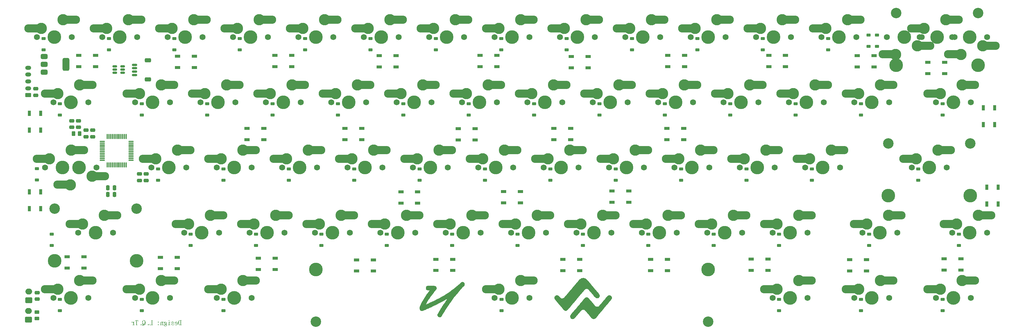
<source format=gbr>
%TF.GenerationSoftware,KiCad,Pcbnew,8.99.0-946-gf00a1ab517*%
%TF.CreationDate,2024-06-06T17:05:11+07:00*%
%TF.ProjectId,Sebas_nuxros,53656261-735f-46e7-9578-726f732e6b69,rev?*%
%TF.SameCoordinates,Original*%
%TF.FileFunction,Soldermask,Bot*%
%TF.FilePolarity,Negative*%
%FSLAX46Y46*%
G04 Gerber Fmt 4.6, Leading zero omitted, Abs format (unit mm)*
G04 Created by KiCad (PCBNEW 8.99.0-946-gf00a1ab517) date 2024-06-06 17:05:11*
%MOMM*%
%LPD*%
G01*
G04 APERTURE LIST*
G04 Aperture macros list*
%AMRoundRect*
0 Rectangle with rounded corners*
0 $1 Rounding radius*
0 $2 $3 $4 $5 $6 $7 $8 $9 X,Y pos of 4 corners*
0 Add a 4 corners polygon primitive as box body*
4,1,4,$2,$3,$4,$5,$6,$7,$8,$9,$2,$3,0*
0 Add four circle primitives for the rounded corners*
1,1,$1+$1,$2,$3*
1,1,$1+$1,$4,$5*
1,1,$1+$1,$6,$7*
1,1,$1+$1,$8,$9*
0 Add four rect primitives between the rounded corners*
20,1,$1+$1,$2,$3,$4,$5,0*
20,1,$1+$1,$4,$5,$6,$7,0*
20,1,$1+$1,$6,$7,$8,$9,0*
20,1,$1+$1,$8,$9,$2,$3,0*%
G04 Aperture macros list end*
%ADD10C,0.250000*%
%ADD11C,0.000000*%
%ADD12C,3.300000*%
%ADD13O,5.500000X2.410000*%
%ADD14C,0.400000*%
%ADD15C,1.750000*%
%ADD16C,3.987800*%
%ADD17C,4.000000*%
%ADD18RoundRect,0.250000X0.750000X-0.600000X0.750000X0.600000X-0.750000X0.600000X-0.750000X-0.600000X0*%
%ADD19O,2.000000X1.700000*%
%ADD20C,3.048000*%
%ADD21RoundRect,0.250000X0.625000X-0.350000X0.625000X0.350000X-0.625000X0.350000X-0.625000X-0.350000X0*%
%ADD22O,1.750000X1.200000*%
%ADD23R,1.500000X0.900000*%
%ADD24RoundRect,0.250000X-0.450000X0.262500X-0.450000X-0.262500X0.450000X-0.262500X0.450000X0.262500X0*%
%ADD25RoundRect,0.225000X0.375000X-0.225000X0.375000X0.225000X-0.375000X0.225000X-0.375000X-0.225000X0*%
%ADD26RoundRect,0.250000X-0.475000X0.250000X-0.475000X-0.250000X0.475000X-0.250000X0.475000X0.250000X0*%
%ADD27R,0.900000X1.500000*%
%ADD28RoundRect,0.150000X0.512500X0.150000X-0.512500X0.150000X-0.512500X-0.150000X0.512500X-0.150000X0*%
%ADD29RoundRect,0.250000X0.475000X-0.250000X0.475000X0.250000X-0.475000X0.250000X-0.475000X-0.250000X0*%
%ADD30RoundRect,0.250000X0.262500X0.450000X-0.262500X0.450000X-0.262500X-0.450000X0.262500X-0.450000X0*%
%ADD31RoundRect,0.150000X-0.625000X0.150000X-0.625000X-0.150000X0.625000X-0.150000X0.625000X0.150000X0*%
%ADD32RoundRect,0.250000X-0.650000X0.350000X-0.650000X-0.350000X0.650000X-0.350000X0.650000X0.350000X0*%
%ADD33RoundRect,0.250000X-0.250000X-0.475000X0.250000X-0.475000X0.250000X0.475000X-0.250000X0.475000X0*%
%ADD34RoundRect,0.375000X-0.625000X-0.375000X0.625000X-0.375000X0.625000X0.375000X-0.625000X0.375000X0*%
%ADD35RoundRect,0.500000X-0.500000X-1.400000X0.500000X-1.400000X0.500000X1.400000X-0.500000X1.400000X0*%
%ADD36RoundRect,0.075000X0.075000X-0.662500X0.075000X0.662500X-0.075000X0.662500X-0.075000X-0.662500X0*%
%ADD37RoundRect,0.075000X0.662500X-0.075000X0.662500X0.075000X-0.662500X0.075000X-0.662500X-0.075000X0*%
G04 APERTURE END LIST*
D10*
G36*
X48676552Y-115662923D02*
G01*
X48608408Y-115662923D01*
X48550889Y-115676479D01*
X48535868Y-115717878D01*
X48535868Y-116911493D01*
X48550157Y-116953258D01*
X48603279Y-116966448D01*
X48676552Y-116966448D01*
X48676552Y-117041552D01*
X48302128Y-117041552D01*
X48265144Y-117040835D01*
X48177655Y-117032769D01*
X48097267Y-117015741D01*
X48023982Y-116989750D01*
X47957798Y-116954797D01*
X47898717Y-116910881D01*
X47846737Y-116858004D01*
X47837203Y-116846331D01*
X47794071Y-116781947D01*
X47758506Y-116707528D01*
X47730508Y-116623073D01*
X47713558Y-116548283D01*
X47701451Y-116467070D01*
X47694186Y-116379435D01*
X47692199Y-116302229D01*
X47879344Y-116302229D01*
X47879810Y-116350711D01*
X47883542Y-116441535D01*
X47891007Y-116524173D01*
X47902204Y-116598625D01*
X47921449Y-116680179D01*
X47952241Y-116761159D01*
X47998778Y-116832358D01*
X48013925Y-116848596D01*
X48070365Y-116897177D01*
X48141394Y-116936985D01*
X48219384Y-116960031D01*
X48293335Y-116966448D01*
X48351221Y-116952526D01*
X48371737Y-116911493D01*
X48371737Y-115717878D01*
X48347557Y-115677212D01*
X48342694Y-115674658D01*
X48268789Y-115662923D01*
X48246292Y-115663479D01*
X48172421Y-115674168D01*
X48097270Y-115703042D01*
X48032012Y-115749685D01*
X47983025Y-115805073D01*
X47970469Y-115823630D01*
X47937664Y-115889314D01*
X47912149Y-115970015D01*
X47896455Y-116048739D01*
X47885824Y-116137892D01*
X47880964Y-116216723D01*
X47879344Y-116302229D01*
X47692199Y-116302229D01*
X47691765Y-116285376D01*
X47694278Y-116199246D01*
X47701817Y-116118910D01*
X47714382Y-116044366D01*
X47737157Y-115959333D01*
X47767784Y-115883352D01*
X47806265Y-115816422D01*
X47852599Y-115758545D01*
X47905393Y-115709361D01*
X47975735Y-115661344D01*
X48053701Y-115625332D01*
X48124498Y-115604491D01*
X48200591Y-115591987D01*
X48281978Y-115587819D01*
X48676552Y-115587819D01*
X48676552Y-115662923D01*
G37*
G36*
X47120159Y-116057998D02*
G01*
X47193109Y-116070468D01*
X47269954Y-116101162D01*
X47331483Y-116142408D01*
X47387683Y-116197083D01*
X47422935Y-116242676D01*
X47462249Y-116312367D01*
X47489853Y-116388895D01*
X47505746Y-116472261D01*
X47510048Y-116549159D01*
X47507052Y-116620462D01*
X47495546Y-116699013D01*
X47471215Y-116780986D01*
X47435139Y-116852545D01*
X47387316Y-116913691D01*
X47355517Y-116943659D01*
X47294496Y-116986487D01*
X47226638Y-117017079D01*
X47151943Y-117035434D01*
X47070411Y-117041552D01*
X47042258Y-117040767D01*
X46964521Y-117028981D01*
X46889974Y-116999300D01*
X46827878Y-116952159D01*
X46778018Y-116894893D01*
X46737057Y-116828678D01*
X46710642Y-116759085D01*
X46772191Y-116734173D01*
X46786616Y-116770013D01*
X46826355Y-116838124D01*
X46877704Y-116893175D01*
X46900437Y-116910273D01*
X46972084Y-116942730D01*
X47049162Y-116952526D01*
X47057424Y-116952437D01*
X47134575Y-116941746D01*
X47207954Y-116909408D01*
X47264218Y-116861301D01*
X47274111Y-116849446D01*
X47310732Y-116784904D01*
X47332434Y-116712158D01*
X47343045Y-116636634D01*
X47345917Y-116563080D01*
X46689392Y-116563080D01*
X46689856Y-116528352D01*
X46692458Y-116487976D01*
X46853157Y-116487976D01*
X47345917Y-116487976D01*
X47344767Y-116448672D01*
X47333764Y-116367521D01*
X47311111Y-116296456D01*
X47272278Y-116229323D01*
X47227581Y-116182214D01*
X47157797Y-116143385D01*
X47083600Y-116131870D01*
X47032836Y-116137686D01*
X46966221Y-116168220D01*
X46911043Y-116224926D01*
X46892242Y-116255885D01*
X46865480Y-116329072D01*
X46853753Y-116407788D01*
X46853157Y-116487976D01*
X46692458Y-116487976D01*
X46695072Y-116447403D01*
X46706085Y-116374844D01*
X46726950Y-116298847D01*
X46761842Y-116225455D01*
X46808094Y-116168506D01*
X46869918Y-116119619D01*
X46937055Y-116084700D01*
X47009503Y-116063749D01*
X47087264Y-116056765D01*
X47120159Y-116057998D01*
G37*
G36*
X46413886Y-116327508D02*
G01*
X46404083Y-116251352D01*
X46370655Y-116181547D01*
X46313503Y-116126374D01*
X46246884Y-116089666D01*
X46172968Y-116066554D01*
X46100202Y-116057377D01*
X46074633Y-116056765D01*
X45999620Y-116061070D01*
X45928454Y-116073984D01*
X45858369Y-116096464D01*
X45839794Y-116098897D01*
X45802791Y-116091570D01*
X45747103Y-116042843D01*
X45709368Y-116349856D01*
X45781175Y-116363412D01*
X45810794Y-116291989D01*
X45854363Y-116228689D01*
X45894748Y-116191221D01*
X45961241Y-116152793D01*
X46034505Y-116133956D01*
X46070603Y-116131870D01*
X46143968Y-116137331D01*
X46217126Y-116159517D01*
X46236933Y-116170704D01*
X46286794Y-116227411D01*
X46296650Y-116278415D01*
X46283836Y-116351050D01*
X46269539Y-116375136D01*
X46206720Y-116414840D01*
X46169155Y-116425327D01*
X46096582Y-116452083D01*
X46022531Y-116473962D01*
X46016748Y-116475519D01*
X45943668Y-116504831D01*
X45873814Y-116534424D01*
X45854448Y-116542930D01*
X45789785Y-116582956D01*
X45735746Y-116634155D01*
X45697726Y-116698627D01*
X45687020Y-116762383D01*
X45695857Y-116838618D01*
X45725991Y-116909749D01*
X45777512Y-116967547D01*
X45841761Y-117006573D01*
X45912740Y-117029338D01*
X45986293Y-117039745D01*
X46037264Y-117041552D01*
X46111676Y-117037894D01*
X46185086Y-117021637D01*
X46198831Y-117015540D01*
X46270511Y-117000192D01*
X46285293Y-116999420D01*
X46335118Y-117011510D01*
X46402072Y-117043654D01*
X46410956Y-117048147D01*
X46438066Y-116715488D01*
X46366625Y-116701933D01*
X46347380Y-116773713D01*
X46312444Y-116845387D01*
X46260013Y-116903433D01*
X46190788Y-116941832D01*
X46118853Y-116960294D01*
X46043038Y-116966386D01*
X46033967Y-116966448D01*
X45957013Y-116960986D01*
X45882411Y-116938801D01*
X45862875Y-116927613D01*
X45813931Y-116868064D01*
X45804256Y-116811842D01*
X45823710Y-116738971D01*
X45836130Y-116722815D01*
X45892936Y-116675679D01*
X45898778Y-116672623D01*
X45970084Y-116644382D01*
X46040950Y-116615737D01*
X46084525Y-116597885D01*
X46157185Y-116572778D01*
X46228110Y-116545345D01*
X46262944Y-116530474D01*
X46327634Y-116494083D01*
X46377983Y-116442913D01*
X46408837Y-116372932D01*
X46413886Y-116327508D01*
G37*
G36*
X45020051Y-116049853D02*
G01*
X45094242Y-116068489D01*
X45159780Y-116076662D01*
X45236392Y-116079113D01*
X45330547Y-116080212D01*
X45330547Y-116155317D01*
X45145900Y-116151653D01*
X45096807Y-116168872D01*
X45083251Y-116215401D01*
X45083251Y-116911127D01*
X45096441Y-116953258D01*
X45145900Y-116966448D01*
X45330547Y-116966448D01*
X45330547Y-117041552D01*
X44671824Y-117041552D01*
X44671824Y-116966448D01*
X44856838Y-116966448D01*
X44902634Y-116952892D01*
X44919120Y-116911493D01*
X44919120Y-116023792D01*
X44953558Y-116023792D01*
X45020051Y-116049853D01*
G37*
G36*
X45022226Y-115589309D02*
G01*
X45090212Y-115618960D01*
X45099572Y-115626980D01*
X45130146Y-115696263D01*
X45128755Y-115712951D01*
X45090579Y-115777229D01*
X45072652Y-115791076D01*
X45001186Y-115812766D01*
X44980021Y-115811066D01*
X44912159Y-115777229D01*
X44900655Y-115765882D01*
X44872226Y-115696263D01*
X44873201Y-115682204D01*
X44912159Y-115618960D01*
X44930069Y-115606826D01*
X45001186Y-115587819D01*
X45022226Y-115589309D01*
G37*
G36*
X43596899Y-116057654D02*
G01*
X43667986Y-116082044D01*
X43707883Y-116105486D01*
X43768370Y-116150188D01*
X43799042Y-116125939D01*
X43868021Y-116097431D01*
X43924431Y-116085661D01*
X43998813Y-116080212D01*
X44047435Y-116082609D01*
X44126119Y-116099006D01*
X44193443Y-116130935D01*
X44249406Y-116178398D01*
X44260231Y-116190786D01*
X44303880Y-116256159D01*
X44330069Y-116327256D01*
X44338799Y-116404078D01*
X44331436Y-116462843D01*
X44300331Y-116533039D01*
X44276396Y-116567607D01*
X44224494Y-116624263D01*
X44232096Y-116629089D01*
X44285310Y-116681782D01*
X44298453Y-116702276D01*
X44315352Y-116774473D01*
X44315081Y-116782996D01*
X44284577Y-116851775D01*
X44227424Y-116896472D01*
X44287392Y-116927717D01*
X44341730Y-116982201D01*
X44370195Y-117031498D01*
X44385694Y-117104200D01*
X44374782Y-117162289D01*
X44332879Y-117225762D01*
X44273953Y-117273461D01*
X44213823Y-117305357D01*
X44136434Y-117330348D01*
X44058982Y-117342879D01*
X43984525Y-117346367D01*
X43956554Y-117346067D01*
X43878256Y-117341559D01*
X43797556Y-117329462D01*
X43719366Y-117306622D01*
X43649302Y-117269431D01*
X43642675Y-117264571D01*
X43587978Y-117210346D01*
X43552109Y-117138881D01*
X43547138Y-117103101D01*
X43682274Y-117103101D01*
X43701234Y-117175825D01*
X43758112Y-117228398D01*
X43817090Y-117252802D01*
X43889748Y-117267077D01*
X43967672Y-117271263D01*
X44033343Y-117267874D01*
X44108984Y-117252147D01*
X44176500Y-117217041D01*
X44218248Y-117175601D01*
X44245010Y-117103101D01*
X44242952Y-117069662D01*
X44218998Y-116998688D01*
X44191036Y-116966511D01*
X44126674Y-116926880D01*
X44076253Y-116934436D01*
X44001824Y-116943882D01*
X43928838Y-116951060D01*
X43899332Y-116956098D01*
X43826133Y-116969195D01*
X43752983Y-116983300D01*
X43700226Y-117019937D01*
X43695055Y-117029598D01*
X43682274Y-117103101D01*
X43547138Y-117103101D01*
X43541591Y-117063168D01*
X43542132Y-117045583D01*
X43558961Y-116972634D01*
X43603140Y-116911127D01*
X43648120Y-116879692D01*
X43719286Y-116852077D01*
X43792916Y-116837487D01*
X43869267Y-116827500D01*
X43946423Y-116816971D01*
X43991394Y-116810491D01*
X44064003Y-116799826D01*
X44142794Y-116788028D01*
X44184926Y-116775205D01*
X44198115Y-116733806D01*
X44183827Y-116698635D01*
X44146092Y-116664563D01*
X44084542Y-116690942D01*
X44065867Y-116695938D01*
X43992585Y-116703764D01*
X43940299Y-116701367D01*
X43866317Y-116687560D01*
X43797319Y-116657356D01*
X43738328Y-116605579D01*
X43699897Y-116549824D01*
X43670007Y-116480814D01*
X43658827Y-116404445D01*
X43658847Y-116404078D01*
X43822958Y-116404078D01*
X43823345Y-116424288D01*
X43833949Y-116501073D01*
X43866922Y-116571507D01*
X43926041Y-116616102D01*
X43998813Y-116628660D01*
X44071170Y-116612356D01*
X44127041Y-116563447D01*
X44135552Y-116550965D01*
X44165552Y-116480925D01*
X44174668Y-116404078D01*
X44172891Y-116356500D01*
X44158671Y-116277571D01*
X44124110Y-116212836D01*
X44071216Y-116171550D01*
X43998813Y-116155317D01*
X43934322Y-116167956D01*
X43873883Y-116212836D01*
X43847028Y-116256070D01*
X43827931Y-116327786D01*
X43822958Y-116404078D01*
X43658847Y-116404078D01*
X43661197Y-116360103D01*
X43675680Y-116285743D01*
X43681152Y-116267825D01*
X43717812Y-116200746D01*
X43674214Y-116184260D01*
X43644905Y-116196716D01*
X43615230Y-116239581D01*
X43566137Y-116253869D01*
X43510083Y-116226758D01*
X43494696Y-116159713D01*
X43514113Y-116093401D01*
X43516656Y-116088965D01*
X43582623Y-116056765D01*
X43596899Y-116057654D01*
G37*
G36*
X43383321Y-117041552D02*
G01*
X43383321Y-116966448D01*
X43329832Y-116966448D01*
X43279274Y-116953258D01*
X43266085Y-116911127D01*
X43266085Y-116189023D01*
X43272313Y-116159347D01*
X43299424Y-116150554D01*
X43383321Y-116150554D01*
X43383321Y-116075450D01*
X43304553Y-116075450D01*
X43229688Y-116069712D01*
X43216625Y-116067390D01*
X43146140Y-116039540D01*
X43136392Y-116033318D01*
X43101953Y-116033318D01*
X43101953Y-116202944D01*
X43050493Y-116150399D01*
X42989533Y-116105421D01*
X42980687Y-116099996D01*
X42911516Y-116068966D01*
X42838642Y-116056934D01*
X42828646Y-116056765D01*
X42750285Y-116064565D01*
X42680370Y-116091161D01*
X42627512Y-116136632D01*
X42590592Y-116200294D01*
X42570328Y-116273796D01*
X42562919Y-116352673D01*
X42562665Y-116371838D01*
X42562665Y-116910760D01*
X42545812Y-116952892D01*
X42498918Y-116966448D01*
X42445429Y-116966448D01*
X42445429Y-117041552D01*
X42842201Y-117041552D01*
X42842201Y-116966448D01*
X42789078Y-116966448D01*
X42739986Y-116953258D01*
X42726796Y-116910760D01*
X42726796Y-116345094D01*
X42733108Y-116268548D01*
X42759769Y-116196716D01*
X42820015Y-116150765D01*
X42857588Y-116145792D01*
X42930569Y-116162970D01*
X42982885Y-116194518D01*
X43037772Y-116244727D01*
X43084846Y-116304912D01*
X43101953Y-116331538D01*
X43101953Y-116910760D01*
X43085101Y-116952892D01*
X43039305Y-116966448D01*
X42986549Y-116966448D01*
X42986549Y-117041552D01*
X43383321Y-117041552D01*
G37*
G36*
X41747871Y-116138831D02*
G01*
X41768685Y-116211165D01*
X41784874Y-116230788D01*
X41850476Y-116265478D01*
X41876831Y-116267791D01*
X41949165Y-116246977D01*
X41968789Y-116230788D01*
X42003479Y-116165186D01*
X42005792Y-116138831D01*
X41984977Y-116066497D01*
X41968789Y-116046873D01*
X41903187Y-116012183D01*
X41876831Y-116009870D01*
X41804497Y-116030684D01*
X41784874Y-116046873D01*
X41750184Y-116112475D01*
X41747871Y-116138831D01*
G37*
G36*
X41747871Y-116912592D02*
G01*
X41768685Y-116984926D01*
X41784874Y-117004549D01*
X41850476Y-117039240D01*
X41876831Y-117041552D01*
X41949165Y-117020738D01*
X41968789Y-117004549D01*
X42003479Y-116938947D01*
X42005792Y-116912592D01*
X41984977Y-116840258D01*
X41968789Y-116820635D01*
X41903187Y-116785944D01*
X41876831Y-116783632D01*
X41804497Y-116804446D01*
X41784874Y-116820635D01*
X41750184Y-116886237D01*
X41747871Y-116912592D01*
G37*
G36*
X39954152Y-116911493D02*
G01*
X39937665Y-116952892D01*
X39891870Y-116966448D01*
X39670586Y-116966448D01*
X39592035Y-116956865D01*
X39522346Y-116928117D01*
X39480809Y-116898304D01*
X39430603Y-116840675D01*
X39392249Y-116769578D01*
X39366564Y-116699871D01*
X39358077Y-116670792D01*
X39295795Y-116699368D01*
X39374930Y-117041552D01*
X40250174Y-117041552D01*
X40250174Y-116966448D01*
X40180565Y-116966448D01*
X40131472Y-116953258D01*
X40118283Y-116911493D01*
X40118283Y-115717878D01*
X40131472Y-115676113D01*
X40180565Y-115662923D01*
X40241748Y-115662923D01*
X40241748Y-115587819D01*
X39822260Y-115587819D01*
X39822260Y-115662923D01*
X39891503Y-115662923D01*
X39937299Y-115676479D01*
X39954152Y-115717878D01*
X39954152Y-116911493D01*
G37*
G36*
X38975226Y-117041552D02*
G01*
X39048801Y-117022058D01*
X39073778Y-117003817D01*
X39111796Y-116938943D01*
X39115910Y-116900868D01*
X39097765Y-116827110D01*
X39073778Y-116797920D01*
X39005684Y-116763169D01*
X38975226Y-116760184D01*
X38904402Y-116780098D01*
X38876674Y-116802316D01*
X38838657Y-116867001D01*
X38834542Y-116900868D01*
X38852845Y-116974627D01*
X38877041Y-117003817D01*
X38944797Y-117038567D01*
X38975226Y-117041552D01*
G37*
G36*
X37695014Y-115565156D02*
G01*
X37771559Y-115576919D01*
X37841536Y-115602800D01*
X37904945Y-115642796D01*
X37961784Y-115696909D01*
X38012055Y-115765139D01*
X38048045Y-115831110D01*
X38077936Y-115903771D01*
X38101726Y-115983122D01*
X38119417Y-116069164D01*
X38129177Y-116142815D01*
X38135033Y-116220747D01*
X38136985Y-116302962D01*
X38134769Y-116398709D01*
X38128123Y-116487380D01*
X38117047Y-116568977D01*
X38101539Y-116643497D01*
X38075924Y-116726699D01*
X38043386Y-116798844D01*
X37995202Y-116870826D01*
X37949734Y-116920010D01*
X37892409Y-116968027D01*
X37821721Y-117008874D01*
X37746931Y-117033383D01*
X37668039Y-117041552D01*
X37600261Y-117041552D01*
X37572418Y-117034591D01*
X37560036Y-117067650D01*
X37527697Y-117140556D01*
X37482658Y-117201287D01*
X37470063Y-117209308D01*
X37398028Y-117229131D01*
X37353944Y-117222175D01*
X37292149Y-117179672D01*
X37278813Y-117162792D01*
X37243634Y-117093690D01*
X37220708Y-117018471D01*
X37276029Y-116990261D01*
X37307170Y-117059504D01*
X37357362Y-117074525D01*
X37398761Y-117051078D01*
X37405328Y-117042956D01*
X37434298Y-116975607D01*
X37423270Y-116966081D01*
X37586706Y-116966081D01*
X37605390Y-116966448D01*
X37656315Y-116966448D01*
X37720218Y-116958033D01*
X37788572Y-116922484D01*
X37816973Y-116893969D01*
X37842428Y-116823932D01*
X37839153Y-116786934D01*
X37801029Y-116721350D01*
X37798431Y-116719411D01*
X37730321Y-116689842D01*
X37684790Y-116704639D01*
X37641294Y-116767145D01*
X37622425Y-116819789D01*
X37601954Y-116894390D01*
X37586706Y-116966081D01*
X37423270Y-116966081D01*
X37399827Y-116945832D01*
X37351260Y-116890497D01*
X37306460Y-116822352D01*
X37269801Y-116751025D01*
X37249431Y-116699707D01*
X37229544Y-116628988D01*
X37214629Y-116548299D01*
X37205997Y-116473443D01*
X37200819Y-116391664D01*
X37199092Y-116302962D01*
X37199110Y-116302229D01*
X37363224Y-116302229D01*
X37363912Y-116375844D01*
X37366557Y-116457829D01*
X37371185Y-116532885D01*
X37379092Y-116611692D01*
X37391434Y-116690209D01*
X37398681Y-116724584D01*
X37420617Y-116800521D01*
X37460310Y-116864232D01*
X37482631Y-116794535D01*
X37514005Y-116721550D01*
X37553367Y-116657236D01*
X37572064Y-116635599D01*
X37636979Y-116594527D01*
X37713834Y-116582131D01*
X37777545Y-116588843D01*
X37844993Y-116622798D01*
X37874908Y-116655135D01*
X37912404Y-116718419D01*
X37927196Y-116657484D01*
X37937316Y-116580666D01*
X37942027Y-116528829D01*
X37946384Y-116454453D01*
X37948651Y-116381043D01*
X37949406Y-116300764D01*
X37949328Y-116280048D01*
X37947448Y-116200518D01*
X37943060Y-116126323D01*
X37934049Y-116041083D01*
X37921121Y-115964179D01*
X37900436Y-115882897D01*
X37869173Y-115803241D01*
X37842820Y-115756063D01*
X37795336Y-115697210D01*
X37734089Y-115655469D01*
X37656315Y-115639476D01*
X37583454Y-115649986D01*
X37514733Y-115686936D01*
X37465423Y-115742114D01*
X37431367Y-115807637D01*
X37423115Y-115829233D01*
X37401554Y-115901472D01*
X37384785Y-115984892D01*
X37374470Y-116062948D01*
X37367482Y-116148768D01*
X37364288Y-116223014D01*
X37363224Y-116302229D01*
X37199110Y-116302229D01*
X37201176Y-116216843D01*
X37207427Y-116135808D01*
X37217846Y-116059856D01*
X37236729Y-115972065D01*
X37262124Y-115892216D01*
X37294031Y-115820310D01*
X37332449Y-115756346D01*
X37384879Y-115691105D01*
X37442152Y-115639362D01*
X37515092Y-115596055D01*
X37594623Y-115571121D01*
X37668039Y-115564371D01*
X37695014Y-115565156D01*
G37*
G36*
X36876692Y-117041552D02*
G01*
X36950266Y-117022058D01*
X36975244Y-117003817D01*
X37013261Y-116938943D01*
X37017376Y-116900868D01*
X36999231Y-116827110D01*
X36975244Y-116797920D01*
X36907150Y-116763169D01*
X36876692Y-116760184D01*
X36805868Y-116780098D01*
X36778140Y-116802316D01*
X36740122Y-116867001D01*
X36736008Y-116900868D01*
X36754310Y-116974627D01*
X36778506Y-117003817D01*
X36846263Y-117038567D01*
X36876692Y-117041552D01*
G37*
G36*
X35350785Y-117041552D02*
G01*
X35811671Y-117041552D01*
X35811671Y-116966448D01*
X35725942Y-116966448D01*
X35676482Y-116953258D01*
X35663293Y-116911127D01*
X35663293Y-115735097D01*
X35668056Y-115668053D01*
X35726308Y-115662923D01*
X35800651Y-115668385D01*
X35872634Y-115694818D01*
X35881280Y-115701758D01*
X35923765Y-115763888D01*
X35956336Y-115833897D01*
X35984513Y-115904618D01*
X35993021Y-115927438D01*
X36064462Y-115913517D01*
X35983862Y-115587819D01*
X35169801Y-115587819D01*
X35098360Y-115913150D01*
X35161008Y-115927438D01*
X35189671Y-115855188D01*
X35221733Y-115781717D01*
X35258528Y-115714169D01*
X35265422Y-115705055D01*
X35333617Y-115669877D01*
X35411235Y-115662923D01*
X35485895Y-115665573D01*
X35494399Y-115668053D01*
X35499162Y-115743524D01*
X35499162Y-116911127D01*
X35482676Y-116952892D01*
X35436880Y-116966448D01*
X35350785Y-116966448D01*
X35350785Y-117041552D01*
G37*
G36*
X34590579Y-116301863D02*
G01*
X34547130Y-116237095D01*
X34495370Y-116178302D01*
X34441102Y-116130038D01*
X34376772Y-116088321D01*
X34305210Y-116062561D01*
X34250593Y-116056765D01*
X34177137Y-116067115D01*
X34121632Y-116098164D01*
X34080279Y-116158812D01*
X34074738Y-116195617D01*
X34095198Y-116266171D01*
X34099651Y-116271821D01*
X34169902Y-116300735D01*
X34172923Y-116300764D01*
X34243356Y-116274360D01*
X34246563Y-116270722D01*
X34263285Y-116198937D01*
X34262316Y-116193053D01*
X34267812Y-116158614D01*
X34302983Y-116145792D01*
X34373848Y-116171758D01*
X34431139Y-116217920D01*
X34441468Y-116227857D01*
X34491922Y-116285552D01*
X34534333Y-116348429D01*
X34569647Y-116413030D01*
X34590579Y-116457568D01*
X34590579Y-116910760D01*
X34574092Y-116952892D01*
X34528297Y-116966448D01*
X34335223Y-116966448D01*
X34335223Y-117041552D01*
X34993946Y-117041552D01*
X34993946Y-116966448D01*
X34817358Y-116966448D01*
X34767899Y-116953258D01*
X34754710Y-116911127D01*
X34754710Y-116214302D01*
X34768265Y-116167773D01*
X34817358Y-116150554D01*
X34985519Y-116150554D01*
X34985519Y-116075450D01*
X34907850Y-116075450D01*
X34831246Y-116071058D01*
X34768265Y-116062993D01*
X34693344Y-116049346D01*
X34634176Y-116033318D01*
X34590579Y-116033318D01*
X34590579Y-116301863D01*
G37*
D11*
%TO.C,G\u002A\u002A\u002A*%
G36*
X130627054Y-104407534D02*
G01*
X130713368Y-104433873D01*
X130728622Y-104439938D01*
X130840040Y-104502019D01*
X130948694Y-104589954D01*
X131043278Y-104693325D01*
X131112486Y-104801710D01*
X131125674Y-104829345D01*
X131147334Y-104883753D01*
X131159827Y-104937999D01*
X131165553Y-105005145D01*
X131166907Y-105098256D01*
X131166873Y-105114825D01*
X131164730Y-105204783D01*
X131157887Y-105269092D01*
X131144426Y-105319348D01*
X131122429Y-105367145D01*
X131115701Y-105378074D01*
X131081933Y-105423501D01*
X131026758Y-105491581D01*
X130953835Y-105578014D01*
X130866821Y-105678502D01*
X130769374Y-105788748D01*
X130665153Y-105904453D01*
X130402858Y-106194802D01*
X129768909Y-106913504D01*
X129164959Y-107623660D01*
X128586875Y-108330382D01*
X128030522Y-109038787D01*
X127491768Y-109753988D01*
X126966477Y-110481102D01*
X126908383Y-110563178D01*
X126824778Y-110681214D01*
X126746323Y-110791892D01*
X126677369Y-110889076D01*
X126622270Y-110966627D01*
X126585379Y-111018410D01*
X126543776Y-111077070D01*
X126419492Y-111256437D01*
X126279590Y-111463474D01*
X126126930Y-111693681D01*
X125964368Y-111942555D01*
X125794763Y-112205596D01*
X125620973Y-112478304D01*
X125445857Y-112756176D01*
X125272273Y-113034713D01*
X125103078Y-113309414D01*
X124941131Y-113575776D01*
X124789291Y-113829300D01*
X124650415Y-114065485D01*
X124615483Y-114125240D01*
X124522101Y-114280584D01*
X124441493Y-114405836D01*
X124370254Y-114504685D01*
X124304979Y-114580824D01*
X124242263Y-114637942D01*
X124178702Y-114679730D01*
X124110890Y-114709878D01*
X124035423Y-114732078D01*
X123988095Y-114741105D01*
X123844728Y-114742698D01*
X123692937Y-114709014D01*
X123537090Y-114640853D01*
X123531812Y-114637949D01*
X123408552Y-114549436D01*
X123309906Y-114437930D01*
X123238573Y-114309750D01*
X123197255Y-114171214D01*
X123188654Y-114028644D01*
X123215469Y-113888358D01*
X123231455Y-113849027D01*
X123269674Y-113770867D01*
X123325961Y-113664978D01*
X123398587Y-113534272D01*
X123485822Y-113381664D01*
X123585936Y-113210064D01*
X123697199Y-113022387D01*
X123817882Y-112821544D01*
X123946256Y-112610448D01*
X124080590Y-112392013D01*
X124219155Y-112169150D01*
X124360221Y-111944773D01*
X124502059Y-111721795D01*
X124557489Y-111635451D01*
X124764297Y-111317295D01*
X124983262Y-110986086D01*
X125209081Y-110649628D01*
X125436450Y-110315725D01*
X125660066Y-109992179D01*
X125874626Y-109686796D01*
X126074827Y-109407378D01*
X126106237Y-109362142D01*
X126125584Y-109329930D01*
X126125749Y-109321829D01*
X126124724Y-109322428D01*
X126098786Y-109337612D01*
X126045293Y-109368935D01*
X125969732Y-109413182D01*
X125877587Y-109467144D01*
X125774346Y-109527606D01*
X125602560Y-109627543D01*
X124975272Y-109981950D01*
X124310887Y-110341543D01*
X123609024Y-110706519D01*
X122869303Y-111077078D01*
X122091346Y-111453417D01*
X121917264Y-111535949D01*
X121682840Y-111646269D01*
X121441187Y-111759155D01*
X121195147Y-111873328D01*
X120947558Y-111987512D01*
X120701262Y-112100428D01*
X120459099Y-112210799D01*
X120223909Y-112317348D01*
X119998532Y-112418797D01*
X119785810Y-112513868D01*
X119588582Y-112601284D01*
X119409689Y-112679768D01*
X119251970Y-112748041D01*
X119118268Y-112804827D01*
X119011420Y-112848847D01*
X118934269Y-112878825D01*
X118889654Y-112893482D01*
X118756385Y-112912422D01*
X118600379Y-112901316D01*
X118453913Y-112855148D01*
X118321605Y-112776102D01*
X118208071Y-112666365D01*
X118117930Y-112528124D01*
X118068883Y-112416928D01*
X118030881Y-112282987D01*
X118013094Y-112136554D01*
X118013364Y-111966025D01*
X118014058Y-111951751D01*
X118021588Y-111851574D01*
X118034702Y-111757668D01*
X118055351Y-111664278D01*
X118085490Y-111565652D01*
X118127070Y-111456035D01*
X118182045Y-111329675D01*
X118252367Y-111180817D01*
X118339990Y-111003708D01*
X118443176Y-110801065D01*
X118728908Y-110266271D01*
X119039277Y-109719599D01*
X119369274Y-109169068D01*
X119713893Y-108622695D01*
X120068126Y-108088496D01*
X120426965Y-107574488D01*
X120785403Y-107088689D01*
X120812176Y-107053325D01*
X120869740Y-106976197D01*
X120916044Y-106912625D01*
X120946899Y-106868414D01*
X120958115Y-106849369D01*
X120943186Y-106846063D01*
X120894962Y-106843293D01*
X120819436Y-106841620D01*
X120722816Y-106841176D01*
X120611307Y-106842091D01*
X120503161Y-106843416D01*
X120404877Y-106843651D01*
X120332612Y-106841811D01*
X120279284Y-106837245D01*
X120237809Y-106829299D01*
X120201104Y-106817319D01*
X120162086Y-106800651D01*
X120052090Y-106732445D01*
X119952999Y-106631468D01*
X119878314Y-106508340D01*
X119874570Y-106499946D01*
X119855714Y-106447911D01*
X119844124Y-106389904D01*
X119838250Y-106314918D01*
X119836541Y-106211948D01*
X119836936Y-106142692D01*
X119840228Y-106063946D01*
X119848449Y-106004523D01*
X119863499Y-105952605D01*
X119887278Y-105896376D01*
X119890257Y-105890019D01*
X119971999Y-105760554D01*
X120081199Y-105652030D01*
X120209608Y-105572730D01*
X120276704Y-105548250D01*
X120373165Y-105526373D01*
X120495041Y-105510025D01*
X120645012Y-105499015D01*
X120825754Y-105493155D01*
X121039947Y-105492253D01*
X121290269Y-105496120D01*
X121484871Y-105501366D01*
X121739465Y-105511209D01*
X121958149Y-105523705D01*
X122142763Y-105538989D01*
X122295147Y-105557196D01*
X122417140Y-105578461D01*
X122426206Y-105580441D01*
X122582861Y-105633009D01*
X122716797Y-105712783D01*
X122825700Y-105815385D01*
X122907253Y-105936436D01*
X122959143Y-106071557D01*
X122979054Y-106216370D01*
X122964670Y-106366495D01*
X122913676Y-106517554D01*
X122913359Y-106518233D01*
X122874388Y-106593547D01*
X122832351Y-106662477D01*
X122796293Y-106710179D01*
X122796255Y-106710220D01*
X122760472Y-106751113D01*
X122704452Y-106818417D01*
X122631795Y-106907589D01*
X122546097Y-107014085D01*
X122450959Y-107133361D01*
X122349978Y-107260873D01*
X122246753Y-107392078D01*
X122144881Y-107522432D01*
X122047962Y-107647391D01*
X121959593Y-107762411D01*
X121883373Y-107862948D01*
X121816336Y-107952712D01*
X121529314Y-108348132D01*
X121238528Y-108765666D01*
X120950432Y-109195545D01*
X120671479Y-109628001D01*
X120408123Y-110053264D01*
X120166816Y-110461564D01*
X120107797Y-110562800D01*
X120042278Y-110672837D01*
X119979965Y-110775405D01*
X119928850Y-110857218D01*
X119900238Y-110902507D01*
X119863802Y-110962241D01*
X119840520Y-111003204D01*
X119834482Y-111018410D01*
X119846794Y-111013617D01*
X119891039Y-110994222D01*
X119963444Y-110961687D01*
X120059911Y-110917899D01*
X120176343Y-110864745D01*
X120308643Y-110804111D01*
X120452713Y-110737884D01*
X120604455Y-110667949D01*
X120759772Y-110596195D01*
X120914567Y-110524507D01*
X121064743Y-110454773D01*
X121206201Y-110388877D01*
X121334845Y-110328708D01*
X121446577Y-110276152D01*
X121458580Y-110270483D01*
X122253969Y-109887593D01*
X123012295Y-109507779D01*
X123735316Y-109129889D01*
X124424789Y-108752775D01*
X125082471Y-108375286D01*
X125710119Y-107996274D01*
X126309492Y-107614588D01*
X126882346Y-107229079D01*
X127430438Y-106838597D01*
X127955527Y-106441992D01*
X128459369Y-106038115D01*
X128943721Y-105625816D01*
X129410342Y-105203945D01*
X129860988Y-104771353D01*
X129914154Y-104719091D01*
X130020721Y-104617547D01*
X130108875Y-104540185D01*
X130184049Y-104483643D01*
X130251674Y-104444559D01*
X130317182Y-104419573D01*
X130386005Y-104405322D01*
X130463577Y-104398446D01*
X130542067Y-104397303D01*
X130627054Y-104407534D01*
G37*
G36*
X166060944Y-103303782D02*
G01*
X166319290Y-103398474D01*
X166572477Y-103559724D01*
X166834586Y-103795205D01*
X167119697Y-104112588D01*
X167481011Y-104545081D01*
X167850989Y-104987250D01*
X168171829Y-105369880D01*
X168440989Y-105689949D01*
X168655926Y-105944432D01*
X168814098Y-106130308D01*
X168912961Y-106244554D01*
X168991436Y-106334675D01*
X169139835Y-106508985D01*
X169279885Y-106677328D01*
X169296663Y-106697766D01*
X169411582Y-106836438D01*
X169567155Y-107022750D01*
X169745085Y-107234836D01*
X169927077Y-107450828D01*
X169978859Y-107512661D01*
X170144570Y-107717635D01*
X170288146Y-107905556D01*
X170395682Y-108057792D01*
X170453268Y-108155714D01*
X170470704Y-108199818D01*
X170511885Y-108439068D01*
X170473203Y-108669380D01*
X170367796Y-108876087D01*
X170208799Y-109044521D01*
X170009351Y-109160016D01*
X169782588Y-109207903D01*
X169541647Y-109173517D01*
X169502418Y-109160116D01*
X169431210Y-109131013D01*
X169361218Y-109091520D01*
X169284565Y-109033599D01*
X169193375Y-108949211D01*
X169079771Y-108830318D01*
X168935875Y-108668882D01*
X168753812Y-108456864D01*
X168525705Y-108186226D01*
X168243675Y-107848930D01*
X168141396Y-107726448D01*
X167873402Y-107406329D01*
X167657593Y-107150570D01*
X167486779Y-106951408D01*
X167353769Y-106801074D01*
X167251376Y-106691805D01*
X167172409Y-106615833D01*
X167109679Y-106565393D01*
X167055997Y-106532720D01*
X167004173Y-106510047D01*
X166951361Y-106492780D01*
X166730850Y-106462652D01*
X166504837Y-106483370D01*
X166318943Y-106552133D01*
X166309741Y-106558053D01*
X166202296Y-106649333D01*
X166042855Y-106811899D01*
X165836670Y-107039964D01*
X165588994Y-107327740D01*
X165305076Y-107669440D01*
X165264175Y-107718600D01*
X165154915Y-107846809D01*
X165035102Y-107984626D01*
X164988229Y-108038630D01*
X164866567Y-108181231D01*
X164705240Y-108372128D01*
X164517025Y-108596026D01*
X164314701Y-108837630D01*
X164111045Y-109081646D01*
X163918834Y-109312777D01*
X163750846Y-109515729D01*
X163619858Y-109675208D01*
X163538648Y-109775918D01*
X163494975Y-109830418D01*
X163373946Y-109976269D01*
X163247809Y-110123238D01*
X163186704Y-110193325D01*
X163067884Y-110331401D01*
X162977776Y-110438314D01*
X162577579Y-110922550D01*
X162225255Y-111346086D01*
X161924706Y-111703817D01*
X161671504Y-112000742D01*
X161461218Y-112241862D01*
X161289420Y-112432177D01*
X161151678Y-112576688D01*
X161043563Y-112680394D01*
X160960646Y-112748296D01*
X160898497Y-112785394D01*
X160825735Y-112814867D01*
X160662575Y-112857072D01*
X160507091Y-112854314D01*
X160349097Y-112800607D01*
X160178405Y-112689963D01*
X159984830Y-112516395D01*
X159758184Y-112273915D01*
X159488282Y-111956538D01*
X159304825Y-111735003D01*
X159133338Y-111528745D01*
X158989930Y-111357111D01*
X158885797Y-111233496D01*
X158832130Y-111171296D01*
X158746830Y-111076161D01*
X158581991Y-110885823D01*
X158394549Y-110663413D01*
X158195162Y-110422187D01*
X157994491Y-110175399D01*
X157803193Y-109936305D01*
X157631929Y-109718158D01*
X157491358Y-109534213D01*
X157392138Y-109397727D01*
X157344929Y-109321952D01*
X157326717Y-109272210D01*
X157296255Y-109051736D01*
X157324427Y-108818400D01*
X157407028Y-108619749D01*
X157551426Y-108468391D01*
X157763402Y-108355698D01*
X158004215Y-108303929D01*
X158245503Y-108318843D01*
X158458905Y-108406198D01*
X158557581Y-108485668D01*
X158695195Y-108620578D01*
X158829755Y-108772834D01*
X159006827Y-108962650D01*
X159250195Y-109137176D01*
X159496072Y-109217113D01*
X159741788Y-109201728D01*
X159984671Y-109090287D01*
X160006161Y-109074109D01*
X160108478Y-108978384D01*
X160261072Y-108818958D01*
X160456001Y-108604664D01*
X160685328Y-108344336D01*
X160941111Y-108046809D01*
X161215411Y-107720917D01*
X161371733Y-107533352D01*
X161702610Y-107136607D01*
X162028358Y-106746342D01*
X162341863Y-106371060D01*
X162636011Y-106019261D01*
X162903687Y-105699449D01*
X163137779Y-105420124D01*
X163331172Y-105189789D01*
X163476752Y-105016945D01*
X163567404Y-104910095D01*
X163584913Y-104889595D01*
X163671826Y-104787403D01*
X163801857Y-104634177D01*
X163960551Y-104446957D01*
X164133456Y-104242782D01*
X164146700Y-104227149D01*
X164403452Y-103932086D01*
X164618968Y-103705952D01*
X164807564Y-103539145D01*
X164983554Y-103422064D01*
X165161256Y-103345107D01*
X165354983Y-103298671D01*
X165579051Y-103273154D01*
X165783358Y-103267978D01*
X166060944Y-103303782D01*
G37*
G36*
X173496316Y-108321230D02*
G01*
X173657006Y-108370700D01*
X173659302Y-108371905D01*
X173786439Y-108457973D01*
X173908892Y-108568294D01*
X173957300Y-108625704D01*
X174003362Y-108715208D01*
X174024759Y-108836948D01*
X174030075Y-109023135D01*
X174031357Y-109080532D01*
X174033905Y-109140010D01*
X174033574Y-109193848D01*
X174026148Y-109247777D01*
X174007410Y-109307532D01*
X173973144Y-109378842D01*
X173919135Y-109467442D01*
X173841167Y-109579062D01*
X173735024Y-109719435D01*
X173596489Y-109894293D01*
X173421347Y-110109369D01*
X173205381Y-110370393D01*
X172944377Y-110683099D01*
X172634117Y-111053219D01*
X172270387Y-111486485D01*
X171848969Y-111988628D01*
X171578055Y-112311631D01*
X171244397Y-112709469D01*
X170927396Y-113087475D01*
X170633575Y-113437870D01*
X170369453Y-113752877D01*
X170141551Y-114024719D01*
X169956391Y-114245619D01*
X169820495Y-114407798D01*
X169740381Y-114503480D01*
X169633785Y-114629297D01*
X169395633Y-114894635D01*
X169202236Y-115083559D01*
X169048978Y-115200321D01*
X168931244Y-115249175D01*
X168800521Y-115258920D01*
X168564283Y-115237286D01*
X168356413Y-115175852D01*
X168351123Y-115173165D01*
X168271895Y-115109674D01*
X168149797Y-114988281D01*
X168000491Y-114825318D01*
X167839643Y-114637114D01*
X167817557Y-114610390D01*
X167664680Y-114426035D01*
X167533320Y-114268672D01*
X167436842Y-114154254D01*
X167388611Y-114098733D01*
X167348326Y-114052581D01*
X167254909Y-113942744D01*
X167120310Y-113783223D01*
X166955400Y-113586902D01*
X166771044Y-113366663D01*
X166604149Y-113170474D01*
X166421971Y-112964301D01*
X166262211Y-112791784D01*
X166137763Y-112666796D01*
X166061518Y-112603209D01*
X165937554Y-112550750D01*
X165709567Y-112518880D01*
X165475116Y-112546036D01*
X165275889Y-112630756D01*
X165262434Y-112640960D01*
X165175272Y-112723831D01*
X165038414Y-112868426D01*
X164861222Y-113064279D01*
X164653059Y-113300922D01*
X164423284Y-113567887D01*
X164181260Y-113854707D01*
X164147674Y-113894898D01*
X163851301Y-114248407D01*
X163607980Y-114534803D01*
X163409973Y-114761128D01*
X163249542Y-114934426D01*
X163118949Y-115061740D01*
X163010456Y-115150113D01*
X162916325Y-115206587D01*
X162828818Y-115238206D01*
X162740198Y-115252012D01*
X162642725Y-115255050D01*
X162457133Y-115237611D01*
X162217812Y-115146335D01*
X162038778Y-114982964D01*
X161926566Y-114754315D01*
X161887710Y-114467208D01*
X161887728Y-114457143D01*
X161891434Y-114364761D01*
X161906706Y-114279435D01*
X161940920Y-114189655D01*
X162001454Y-114083911D01*
X162095684Y-113950694D01*
X162230987Y-113778494D01*
X162414740Y-113555802D01*
X162654319Y-113271107D01*
X162656319Y-113268740D01*
X162771674Y-113131858D01*
X162941004Y-112930481D01*
X163156241Y-112674224D01*
X163409318Y-112372701D01*
X163692168Y-112035527D01*
X163996723Y-111672317D01*
X164314914Y-111292685D01*
X164638676Y-110906245D01*
X164776118Y-110742203D01*
X165124069Y-110327798D01*
X165418132Y-109980035D01*
X165664281Y-109693081D01*
X165868490Y-109461102D01*
X166036735Y-109278264D01*
X166174989Y-109138732D01*
X166289227Y-109036673D01*
X166385423Y-108966252D01*
X166469551Y-108921636D01*
X166547586Y-108896991D01*
X166625502Y-108886482D01*
X166709274Y-108884275D01*
X166865292Y-108907054D01*
X167021076Y-108961856D01*
X167050438Y-108979961D01*
X167168279Y-109081504D01*
X167343928Y-109260615D01*
X167577285Y-109517183D01*
X167868247Y-109851094D01*
X168216716Y-110262236D01*
X168622590Y-110750497D01*
X168743888Y-110896455D01*
X168974594Y-111163963D01*
X169164952Y-111364185D01*
X169326308Y-111504849D01*
X169470006Y-111593683D01*
X169607393Y-111638414D01*
X169749812Y-111646771D01*
X169908611Y-111626482D01*
X169944118Y-111618826D01*
X170047617Y-111582217D01*
X170155254Y-111517457D01*
X170277906Y-111414718D01*
X170426445Y-111264170D01*
X170611747Y-111055982D01*
X170844686Y-110780325D01*
X170928048Y-110680349D01*
X171083844Y-110494233D01*
X171212158Y-110341912D01*
X171301510Y-110236986D01*
X171340421Y-110193054D01*
X171354057Y-110178003D01*
X171421966Y-110098842D01*
X171537825Y-109961975D01*
X171692538Y-109778196D01*
X171877005Y-109558299D01*
X172082130Y-109313079D01*
X172188146Y-109186858D01*
X172393405Y-108946412D01*
X172579256Y-108733704D01*
X172735170Y-108560530D01*
X172850618Y-108438686D01*
X172915069Y-108379968D01*
X172937894Y-108366804D01*
X173095483Y-108319798D01*
X173295383Y-108304434D01*
X173496316Y-108321230D01*
G37*
%TD*%
D12*
%TO.C,SW1*%
X7797500Y-30340000D03*
D13*
X5607500Y-30330000D03*
D14*
X5507500Y-30980000D03*
X5507500Y-30280000D03*
X5507500Y-29580000D03*
X4707500Y-30980000D03*
X4707500Y-30280000D03*
X4707500Y-29580000D03*
X3857500Y-30980000D03*
X3857500Y-30280000D03*
X3857500Y-29580000D03*
X18107500Y-28580000D03*
X18107500Y-27845000D03*
X18107500Y-27080000D03*
X17207500Y-28580000D03*
X17207500Y-27845000D03*
X17207500Y-27080000D03*
D13*
X16357500Y-27845000D03*
D14*
X16332500Y-28580000D03*
X16332500Y-27845000D03*
X16307500Y-27080000D03*
D12*
X14147500Y-27800000D03*
D15*
X16687500Y-32880000D03*
D16*
X11607500Y-32880000D03*
D15*
X6527500Y-32880000D03*
%TD*%
%TO.C,SW51*%
X163690000Y-90030000D03*
D16*
X168770000Y-90030000D03*
D15*
X173850000Y-90030000D03*
D12*
X171310000Y-84950000D03*
D14*
X173470000Y-84230000D03*
X173495000Y-84995000D03*
X173495000Y-85730000D03*
D13*
X173520000Y-84995000D03*
D14*
X174370000Y-84230000D03*
X174370000Y-84995000D03*
X174370000Y-85730000D03*
X175270000Y-84230000D03*
X175270000Y-84995000D03*
X175270000Y-85730000D03*
X161020000Y-86730000D03*
X161020000Y-87430000D03*
X161020000Y-88130000D03*
X161870000Y-86730000D03*
X161870000Y-87430000D03*
X161870000Y-88130000D03*
X162670000Y-86730000D03*
X162670000Y-87430000D03*
X162670000Y-88130000D03*
D13*
X162770000Y-87480000D03*
D12*
X164960000Y-87490000D03*
%TD*%
D15*
%TO.C,SW4*%
X63677500Y-32880000D03*
D16*
X68757500Y-32880000D03*
D15*
X73837500Y-32880000D03*
D12*
X71297500Y-27800000D03*
D14*
X73457500Y-27080000D03*
X73482500Y-27845000D03*
X73482500Y-28580000D03*
D13*
X73507500Y-27845000D03*
D14*
X74357500Y-27080000D03*
X74357500Y-27845000D03*
X74357500Y-28580000D03*
X75257500Y-27080000D03*
X75257500Y-27845000D03*
X75257500Y-28580000D03*
X61007500Y-29580000D03*
X61007500Y-30280000D03*
X61007500Y-30980000D03*
X61857500Y-29580000D03*
X61857500Y-30280000D03*
X61857500Y-30980000D03*
X62657500Y-29580000D03*
X62657500Y-30280000D03*
X62657500Y-30980000D03*
D13*
X62757500Y-30330000D03*
D12*
X64947500Y-30340000D03*
%TD*%
D15*
%TO.C,SW21*%
X111302500Y-51930000D03*
D16*
X116382500Y-51930000D03*
D15*
X121462500Y-51930000D03*
D12*
X118922500Y-46850000D03*
D14*
X121082500Y-46130000D03*
X121107500Y-46895000D03*
X121107500Y-47630000D03*
D13*
X121132500Y-46895000D03*
D14*
X121982500Y-46130000D03*
X121982500Y-46895000D03*
X121982500Y-47630000D03*
X122882500Y-46130000D03*
X122882500Y-46895000D03*
X122882500Y-47630000D03*
X108632500Y-48630000D03*
X108632500Y-49330000D03*
X108632500Y-50030000D03*
X109482500Y-48630000D03*
X109482500Y-49330000D03*
X109482500Y-50030000D03*
X110282500Y-48630000D03*
X110282500Y-49330000D03*
X110282500Y-50030000D03*
D13*
X110382500Y-49380000D03*
D12*
X112572500Y-49390000D03*
%TD*%
D15*
%TO.C,SW57*%
X11290500Y-109080000D03*
D16*
X16370500Y-109080000D03*
D17*
X16370500Y-109080000D03*
D15*
X21450500Y-109080000D03*
D12*
X18910500Y-104000000D03*
D14*
X21070500Y-103280000D03*
X21095500Y-104045000D03*
X21095500Y-104780000D03*
D13*
X21120500Y-104045000D03*
D14*
X21970500Y-103280000D03*
X21970500Y-104045000D03*
X21970500Y-104780000D03*
X22870500Y-103280000D03*
X22870500Y-104045000D03*
X22870500Y-104780000D03*
X8620500Y-105780000D03*
X8620500Y-106480000D03*
X8620500Y-107180000D03*
X9470500Y-105780000D03*
X9470500Y-106480000D03*
X9470500Y-107180000D03*
X10270500Y-105780000D03*
X10270500Y-106480000D03*
X10270500Y-107180000D03*
D13*
X10370500Y-106530000D03*
D12*
X12560500Y-106540000D03*
%TD*%
D15*
%TO.C,SW58*%
X35102500Y-109080000D03*
D16*
X40182500Y-109080000D03*
D15*
X45262500Y-109080000D03*
D12*
X42722500Y-104000000D03*
D14*
X44882500Y-103280000D03*
X44907500Y-104045000D03*
X44907500Y-104780000D03*
D13*
X44932500Y-104045000D03*
D14*
X45782500Y-103280000D03*
X45782500Y-104045000D03*
X45782500Y-104780000D03*
X46682500Y-103280000D03*
X46682500Y-104045000D03*
X46682500Y-104780000D03*
X32432500Y-105780000D03*
X32432500Y-106480000D03*
X32432500Y-107180000D03*
X33282500Y-105780000D03*
X33282500Y-106480000D03*
X33282500Y-107180000D03*
X34082500Y-105780000D03*
X34082500Y-106480000D03*
X34082500Y-107180000D03*
D13*
X34182500Y-106530000D03*
D12*
X36372500Y-106540000D03*
%TD*%
D15*
%TO.C,SW49*%
X125590000Y-90030000D03*
D16*
X130670000Y-90030000D03*
D15*
X135750000Y-90030000D03*
D12*
X133210000Y-84950000D03*
D14*
X135370000Y-84230000D03*
X135395000Y-84995000D03*
X135395000Y-85730000D03*
D13*
X135420000Y-84995000D03*
D14*
X136270000Y-84230000D03*
X136270000Y-84995000D03*
X136270000Y-85730000D03*
X137170000Y-84230000D03*
X137170000Y-84995000D03*
X137170000Y-85730000D03*
X122920000Y-86730000D03*
X122920000Y-87430000D03*
X122920000Y-88130000D03*
X123770000Y-86730000D03*
X123770000Y-87430000D03*
X123770000Y-88130000D03*
X124570000Y-86730000D03*
X124570000Y-87430000D03*
X124570000Y-88130000D03*
D13*
X124670000Y-87480000D03*
D12*
X126860000Y-87490000D03*
%TD*%
D15*
%TO.C,SW20*%
X92252500Y-51930000D03*
D16*
X97332500Y-51930000D03*
D15*
X102412500Y-51930000D03*
D12*
X99872500Y-46850000D03*
D14*
X102032500Y-46130000D03*
X102057500Y-46895000D03*
X102057500Y-47630000D03*
D13*
X102082500Y-46895000D03*
D14*
X102932500Y-46130000D03*
X102932500Y-46895000D03*
X102932500Y-47630000D03*
X103832500Y-46130000D03*
X103832500Y-46895000D03*
X103832500Y-47630000D03*
X89582500Y-48630000D03*
X89582500Y-49330000D03*
X89582500Y-50030000D03*
X90432500Y-48630000D03*
X90432500Y-49330000D03*
X90432500Y-50030000D03*
X91232500Y-48630000D03*
X91232500Y-49330000D03*
X91232500Y-50030000D03*
D13*
X91332500Y-49380000D03*
D12*
X93522500Y-49390000D03*
%TD*%
D15*
%TO.C,SW35*%
X116065000Y-70980000D03*
D16*
X121145000Y-70980000D03*
D15*
X126225000Y-70980000D03*
D12*
X123685000Y-65900000D03*
D14*
X125845000Y-65180000D03*
X125870000Y-65945000D03*
X125870000Y-66680000D03*
D13*
X125895000Y-65945000D03*
D14*
X126745000Y-65180000D03*
X126745000Y-65945000D03*
X126745000Y-66680000D03*
X127645000Y-65180000D03*
X127645000Y-65945000D03*
X127645000Y-66680000D03*
X113395000Y-67680000D03*
X113395000Y-68380000D03*
X113395000Y-69080000D03*
X114245000Y-67680000D03*
X114245000Y-68380000D03*
X114245000Y-69080000D03*
X115045000Y-67680000D03*
X115045000Y-68380000D03*
X115045000Y-69080000D03*
D13*
X115145000Y-68430000D03*
D12*
X117335000Y-68440000D03*
%TD*%
D15*
%TO.C,SW17*%
X35102500Y-51930000D03*
D16*
X40182500Y-51930000D03*
D15*
X45262500Y-51930000D03*
D12*
X42722500Y-46850000D03*
D14*
X44882500Y-46130000D03*
X44907500Y-46895000D03*
X44907500Y-47630000D03*
D13*
X44932500Y-46895000D03*
D14*
X45782500Y-46130000D03*
X45782500Y-46895000D03*
X45782500Y-47630000D03*
X46682500Y-46130000D03*
X46682500Y-46895000D03*
X46682500Y-47630000D03*
X32432500Y-48630000D03*
X32432500Y-49330000D03*
X32432500Y-50030000D03*
X33282500Y-48630000D03*
X33282500Y-49330000D03*
X33282500Y-50030000D03*
X34082500Y-48630000D03*
X34082500Y-49330000D03*
X34082500Y-50030000D03*
D13*
X34182500Y-49380000D03*
D12*
X36372500Y-49390000D03*
%TD*%
D15*
%TO.C,SW12*%
X216077500Y-32880000D03*
D16*
X221157500Y-32880000D03*
D15*
X226237500Y-32880000D03*
D12*
X223697500Y-27800000D03*
D14*
X225857500Y-27080000D03*
X225882500Y-27845000D03*
X225882500Y-28580000D03*
D13*
X225907500Y-27845000D03*
D14*
X226757500Y-27080000D03*
X226757500Y-27845000D03*
X226757500Y-28580000D03*
X227657500Y-27080000D03*
X227657500Y-27845000D03*
X227657500Y-28580000D03*
X213407500Y-29580000D03*
X213407500Y-30280000D03*
X213407500Y-30980000D03*
X214257500Y-29580000D03*
X214257500Y-30280000D03*
X214257500Y-30980000D03*
X215057500Y-29580000D03*
X215057500Y-30280000D03*
X215057500Y-30980000D03*
D13*
X215157500Y-30330000D03*
D12*
X217347500Y-30340000D03*
%TD*%
D15*
%TO.C,SW16*%
X11290500Y-51930000D03*
D16*
X16370500Y-51930000D03*
D17*
X16370500Y-51930000D03*
D15*
X21450500Y-51930000D03*
D12*
X18910500Y-46850000D03*
D14*
X21070500Y-46130000D03*
X21095500Y-46895000D03*
X21095500Y-47630000D03*
D13*
X21120500Y-46895000D03*
D14*
X21970500Y-46130000D03*
X21970500Y-46895000D03*
X21970500Y-47630000D03*
X22870500Y-46130000D03*
X22870500Y-46895000D03*
X22870500Y-47630000D03*
X8620500Y-48630000D03*
X8620500Y-49330000D03*
X8620500Y-50030000D03*
X9470500Y-48630000D03*
X9470500Y-49330000D03*
X9470500Y-50030000D03*
X10270500Y-48630000D03*
X10270500Y-49330000D03*
X10270500Y-50030000D03*
D13*
X10370500Y-49380000D03*
D12*
X12560500Y-49390000D03*
%TD*%
D15*
%TO.C,SW33*%
X77965000Y-70980000D03*
D16*
X83045000Y-70980000D03*
D15*
X88125000Y-70980000D03*
D12*
X85585000Y-65900000D03*
D14*
X87745000Y-65180000D03*
X87770000Y-65945000D03*
X87770000Y-66680000D03*
D13*
X87795000Y-65945000D03*
D14*
X88645000Y-65180000D03*
X88645000Y-65945000D03*
X88645000Y-66680000D03*
X89545000Y-65180000D03*
X89545000Y-65945000D03*
X89545000Y-66680000D03*
X75295000Y-67680000D03*
X75295000Y-68380000D03*
X75295000Y-69080000D03*
X76145000Y-67680000D03*
X76145000Y-68380000D03*
X76145000Y-69080000D03*
X76945000Y-67680000D03*
X76945000Y-68380000D03*
X76945000Y-69080000D03*
D13*
X77045000Y-68430000D03*
D12*
X79235000Y-68440000D03*
%TD*%
D15*
%TO.C,SW13*%
X235127500Y-32880000D03*
D16*
X240207500Y-32880000D03*
D15*
X245287500Y-32880000D03*
D12*
X242747500Y-27800000D03*
D14*
X244907500Y-27080000D03*
X244932500Y-27845000D03*
X244932500Y-28580000D03*
D13*
X244957500Y-27845000D03*
D14*
X245807500Y-27080000D03*
X245807500Y-27845000D03*
X245807500Y-28580000D03*
X246707500Y-27080000D03*
X246707500Y-27845000D03*
X246707500Y-28580000D03*
X232457500Y-29580000D03*
X232457500Y-30280000D03*
X232457500Y-30980000D03*
X233307500Y-29580000D03*
X233307500Y-30280000D03*
X233307500Y-30980000D03*
X234107500Y-29580000D03*
X234107500Y-30280000D03*
X234107500Y-30980000D03*
D13*
X234207500Y-30330000D03*
D12*
X236397500Y-30340000D03*
%TD*%
D18*
%TO.C,SWb\u00F4trst1*%
X4135000Y-109730000D03*
D19*
X4135000Y-107230000D03*
%TD*%
D15*
%TO.C,SW37*%
X154165000Y-70980000D03*
D16*
X159245000Y-70980000D03*
D15*
X164325000Y-70980000D03*
D12*
X161785000Y-65900000D03*
D14*
X163945000Y-65180000D03*
X163970000Y-65945000D03*
X163970000Y-66680000D03*
D13*
X163995000Y-65945000D03*
D14*
X164845000Y-65180000D03*
X164845000Y-65945000D03*
X164845000Y-66680000D03*
X165745000Y-65180000D03*
X165745000Y-65945000D03*
X165745000Y-66680000D03*
X151495000Y-67680000D03*
X151495000Y-68380000D03*
X151495000Y-69080000D03*
X152345000Y-67680000D03*
X152345000Y-68380000D03*
X152345000Y-69080000D03*
X153145000Y-67680000D03*
X153145000Y-68380000D03*
X153145000Y-69080000D03*
D13*
X153245000Y-68430000D03*
D12*
X155435000Y-68440000D03*
%TD*%
D15*
%TO.C,SW8*%
X139877500Y-32880000D03*
D16*
X144957500Y-32880000D03*
D15*
X150037500Y-32880000D03*
D12*
X147497500Y-27800000D03*
D14*
X149657500Y-27080000D03*
X149682500Y-27845000D03*
X149682500Y-28580000D03*
D13*
X149707500Y-27845000D03*
D14*
X150557500Y-27080000D03*
X150557500Y-27845000D03*
X150557500Y-28580000D03*
X151457500Y-27080000D03*
X151457500Y-27845000D03*
X151457500Y-28580000D03*
X137207500Y-29580000D03*
X137207500Y-30280000D03*
X137207500Y-30980000D03*
X138057500Y-29580000D03*
X138057500Y-30280000D03*
X138057500Y-30980000D03*
X138857500Y-29580000D03*
X138857500Y-30280000D03*
X138857500Y-30980000D03*
D13*
X138957500Y-30330000D03*
D12*
X141147500Y-30340000D03*
%TD*%
D15*
%TO.C,SW10*%
X177977500Y-32880000D03*
D16*
X183057500Y-32880000D03*
D15*
X188137500Y-32880000D03*
D12*
X185597500Y-27800000D03*
D14*
X187757500Y-27080000D03*
X187782500Y-27845000D03*
X187782500Y-28580000D03*
D13*
X187807500Y-27845000D03*
D14*
X188657500Y-27080000D03*
X188657500Y-27845000D03*
X188657500Y-28580000D03*
X189557500Y-27080000D03*
X189557500Y-27845000D03*
X189557500Y-28580000D03*
X175307500Y-29580000D03*
X175307500Y-30280000D03*
X175307500Y-30980000D03*
X176157500Y-29580000D03*
X176157500Y-30280000D03*
X176157500Y-30980000D03*
X176957500Y-29580000D03*
X176957500Y-30280000D03*
X176957500Y-30980000D03*
D13*
X177057500Y-30330000D03*
D12*
X179247500Y-30340000D03*
%TD*%
D15*
%TO.C,SW55*%
X247034000Y-90030000D03*
D16*
X252114000Y-90030000D03*
D15*
X257194000Y-90030000D03*
D12*
X254654000Y-84950000D03*
D14*
X256814000Y-84230000D03*
X256839000Y-84995000D03*
X256839000Y-85730000D03*
D13*
X256864000Y-84995000D03*
D14*
X257714000Y-84230000D03*
X257714000Y-84995000D03*
X257714000Y-85730000D03*
X258614000Y-84230000D03*
X258614000Y-84995000D03*
X258614000Y-85730000D03*
X244364000Y-86730000D03*
X244364000Y-87430000D03*
X244364000Y-88130000D03*
X245214000Y-86730000D03*
X245214000Y-87430000D03*
X245214000Y-88130000D03*
X246014000Y-86730000D03*
X246014000Y-87430000D03*
X246014000Y-88130000D03*
D13*
X246114000Y-87480000D03*
D12*
X248304000Y-87490000D03*
%TD*%
D15*
%TO.C,SW27*%
X225602500Y-51930000D03*
D16*
X230682500Y-51930000D03*
D15*
X235762500Y-51930000D03*
D12*
X233222500Y-46850000D03*
D14*
X235382500Y-46130000D03*
X235407500Y-46895000D03*
X235407500Y-47630000D03*
D13*
X235432500Y-46895000D03*
D14*
X236282500Y-46130000D03*
X236282500Y-46895000D03*
X236282500Y-47630000D03*
X237182500Y-46130000D03*
X237182500Y-46895000D03*
X237182500Y-47630000D03*
X222932500Y-48630000D03*
X222932500Y-49330000D03*
X222932500Y-50030000D03*
X223782500Y-48630000D03*
X223782500Y-49330000D03*
X223782500Y-50030000D03*
X224582500Y-48630000D03*
X224582500Y-49330000D03*
X224582500Y-50030000D03*
D13*
X224682500Y-49380000D03*
D12*
X226872500Y-49390000D03*
%TD*%
D15*
%TO.C,SW25*%
X187502500Y-51930000D03*
D16*
X192582500Y-51930000D03*
D15*
X197662500Y-51930000D03*
D12*
X195122500Y-46850000D03*
D14*
X197282500Y-46130000D03*
X197307500Y-46895000D03*
X197307500Y-47630000D03*
D13*
X197332500Y-46895000D03*
D14*
X198182500Y-46130000D03*
X198182500Y-46895000D03*
X198182500Y-47630000D03*
X199082500Y-46130000D03*
X199082500Y-46895000D03*
X199082500Y-47630000D03*
X184832500Y-48630000D03*
X184832500Y-49330000D03*
X184832500Y-50030000D03*
X185682500Y-48630000D03*
X185682500Y-49330000D03*
X185682500Y-50030000D03*
X186482500Y-48630000D03*
X186482500Y-49330000D03*
X186482500Y-50030000D03*
D13*
X186582500Y-49380000D03*
D12*
X188772500Y-49390000D03*
%TD*%
D15*
%TO.C,SW36*%
X135115000Y-70980000D03*
D16*
X140195000Y-70980000D03*
D15*
X145275000Y-70980000D03*
D12*
X142735000Y-65900000D03*
D14*
X144895000Y-65180000D03*
X144920000Y-65945000D03*
X144920000Y-66680000D03*
D13*
X144945000Y-65945000D03*
D14*
X145795000Y-65180000D03*
X145795000Y-65945000D03*
X145795000Y-66680000D03*
X146695000Y-65180000D03*
X146695000Y-65945000D03*
X146695000Y-66680000D03*
X132445000Y-67680000D03*
X132445000Y-68380000D03*
X132445000Y-69080000D03*
X133295000Y-67680000D03*
X133295000Y-68380000D03*
X133295000Y-69080000D03*
X134095000Y-67680000D03*
X134095000Y-68380000D03*
X134095000Y-69080000D03*
D13*
X134195000Y-68430000D03*
D12*
X136385000Y-68440000D03*
%TD*%
D15*
%TO.C,SW46*%
X68440000Y-90030000D03*
D16*
X73520000Y-90030000D03*
D15*
X78600000Y-90030000D03*
D12*
X76060000Y-84950000D03*
D14*
X78220000Y-84230000D03*
X78245000Y-84995000D03*
X78245000Y-85730000D03*
D13*
X78270000Y-84995000D03*
D14*
X79120000Y-84230000D03*
X79120000Y-84995000D03*
X79120000Y-85730000D03*
X80020000Y-84230000D03*
X80020000Y-84995000D03*
X80020000Y-85730000D03*
X65770000Y-86730000D03*
X65770000Y-87430000D03*
X65770000Y-88130000D03*
X66620000Y-86730000D03*
X66620000Y-87430000D03*
X66620000Y-88130000D03*
X67420000Y-86730000D03*
X67420000Y-87430000D03*
X67420000Y-88130000D03*
D13*
X67520000Y-87480000D03*
D12*
X69710000Y-87490000D03*
%TD*%
D15*
%TO.C,SW6*%
X101777500Y-32880000D03*
D16*
X106857500Y-32880000D03*
D15*
X111937500Y-32880000D03*
D12*
X109397500Y-27800000D03*
D14*
X111557500Y-27080000D03*
X111582500Y-27845000D03*
X111582500Y-28580000D03*
D13*
X111607500Y-27845000D03*
D14*
X112457500Y-27080000D03*
X112457500Y-27845000D03*
X112457500Y-28580000D03*
X113357500Y-27080000D03*
X113357500Y-27845000D03*
X113357500Y-28580000D03*
X99107500Y-29580000D03*
X99107500Y-30280000D03*
X99107500Y-30980000D03*
X99957500Y-29580000D03*
X99957500Y-30280000D03*
X99957500Y-30980000D03*
X100757500Y-29580000D03*
X100757500Y-30280000D03*
X100757500Y-30980000D03*
D13*
X100857500Y-30330000D03*
D12*
X103047500Y-30340000D03*
%TD*%
D15*
%TO.C,SW30*%
X23831500Y-70980000D03*
D16*
X18751500Y-70980000D03*
D15*
X13671500Y-70980000D03*
D12*
X16211500Y-76060000D03*
D14*
X14051500Y-76780000D03*
X14026500Y-76015000D03*
X14026500Y-75280000D03*
D13*
X14001500Y-76015000D03*
D14*
X13151500Y-76780000D03*
X13151500Y-76015000D03*
X13151500Y-75280000D03*
X12251500Y-76780000D03*
X12251500Y-76015000D03*
X12251500Y-75280000D03*
X26501500Y-74280000D03*
X26501500Y-73580000D03*
X26501500Y-72880000D03*
X25651500Y-74280000D03*
X25651500Y-73580000D03*
X25651500Y-72880000D03*
X24851500Y-74280000D03*
X24851500Y-73580000D03*
X24851500Y-72880000D03*
D13*
X24751500Y-73530000D03*
D12*
X22561500Y-73520000D03*
%TD*%
D15*
%TO.C,SW40*%
X211315000Y-70980000D03*
D16*
X216395000Y-70980000D03*
D15*
X221475000Y-70980000D03*
D12*
X218935000Y-65900000D03*
D14*
X221095000Y-65180000D03*
X221120000Y-65945000D03*
X221120000Y-66680000D03*
D13*
X221145000Y-65945000D03*
D14*
X221995000Y-65180000D03*
X221995000Y-65945000D03*
X221995000Y-66680000D03*
X222895000Y-65180000D03*
X222895000Y-65945000D03*
X222895000Y-66680000D03*
X208645000Y-67680000D03*
X208645000Y-68380000D03*
X208645000Y-69080000D03*
X209495000Y-67680000D03*
X209495000Y-68380000D03*
X209495000Y-69080000D03*
X210295000Y-67680000D03*
X210295000Y-68380000D03*
X210295000Y-69080000D03*
D13*
X210395000Y-68430000D03*
D12*
X212585000Y-68440000D03*
%TD*%
D15*
%TO.C,SW7*%
X120827500Y-32880000D03*
D16*
X125907500Y-32880000D03*
D15*
X130987500Y-32880000D03*
D12*
X128447500Y-27800000D03*
D14*
X130607500Y-27080000D03*
X130632500Y-27845000D03*
X130632500Y-28580000D03*
D13*
X130657500Y-27845000D03*
D14*
X131507500Y-27080000D03*
X131507500Y-27845000D03*
X131507500Y-28580000D03*
X132407500Y-27080000D03*
X132407500Y-27845000D03*
X132407500Y-28580000D03*
X118157500Y-29580000D03*
X118157500Y-30280000D03*
X118157500Y-30980000D03*
X119007500Y-29580000D03*
X119007500Y-30280000D03*
X119007500Y-30980000D03*
X119807500Y-29580000D03*
X119807500Y-30280000D03*
X119807500Y-30980000D03*
D13*
X119907500Y-30330000D03*
D12*
X122097500Y-30340000D03*
%TD*%
D15*
%TO.C,SW41*%
X230365000Y-70980000D03*
D16*
X235445000Y-70980000D03*
D15*
X240525000Y-70980000D03*
D12*
X237985000Y-65900000D03*
D14*
X240145000Y-65180000D03*
X240170000Y-65945000D03*
X240170000Y-66680000D03*
D13*
X240195000Y-65945000D03*
D14*
X241045000Y-65180000D03*
X241045000Y-65945000D03*
X241045000Y-66680000D03*
X241945000Y-65180000D03*
X241945000Y-65945000D03*
X241945000Y-66680000D03*
X227695000Y-67680000D03*
X227695000Y-68380000D03*
X227695000Y-69080000D03*
X228545000Y-67680000D03*
X228545000Y-68380000D03*
X228545000Y-69080000D03*
X229345000Y-67680000D03*
X229345000Y-68380000D03*
X229345000Y-69080000D03*
D13*
X229445000Y-68430000D03*
D12*
X231635000Y-68440000D03*
%TD*%
D15*
%TO.C,SW38*%
X173215000Y-70980000D03*
D16*
X178295000Y-70980000D03*
D15*
X183375000Y-70980000D03*
D12*
X180835000Y-65900000D03*
D14*
X182995000Y-65180000D03*
X183020000Y-65945000D03*
X183020000Y-66680000D03*
D13*
X183045000Y-65945000D03*
D14*
X183895000Y-65180000D03*
X183895000Y-65945000D03*
X183895000Y-66680000D03*
X184795000Y-65180000D03*
X184795000Y-65945000D03*
X184795000Y-66680000D03*
X170545000Y-67680000D03*
X170545000Y-68380000D03*
X170545000Y-69080000D03*
X171395000Y-67680000D03*
X171395000Y-68380000D03*
X171395000Y-69080000D03*
X172195000Y-67680000D03*
X172195000Y-68380000D03*
X172195000Y-69080000D03*
D13*
X172295000Y-68430000D03*
D12*
X174485000Y-68440000D03*
%TD*%
D15*
%TO.C,SW52*%
X182740000Y-90030000D03*
D16*
X187820000Y-90030000D03*
D15*
X192900000Y-90030000D03*
D12*
X190360000Y-84950000D03*
D14*
X192520000Y-84230000D03*
X192545000Y-84995000D03*
X192545000Y-85730000D03*
D13*
X192570000Y-84995000D03*
D14*
X193420000Y-84230000D03*
X193420000Y-84995000D03*
X193420000Y-85730000D03*
X194320000Y-84230000D03*
X194320000Y-84995000D03*
X194320000Y-85730000D03*
X180070000Y-86730000D03*
X180070000Y-87430000D03*
X180070000Y-88130000D03*
X180920000Y-86730000D03*
X180920000Y-87430000D03*
X180920000Y-88130000D03*
X181720000Y-86730000D03*
X181720000Y-87430000D03*
X181720000Y-88130000D03*
D13*
X181820000Y-87480000D03*
D12*
X184010000Y-87490000D03*
%TD*%
D15*
%TO.C,SW15*%
X283387500Y-32880000D03*
D16*
X278307500Y-32880000D03*
D15*
X273227500Y-32880000D03*
D12*
X275767500Y-37960000D03*
D14*
X273607500Y-38680000D03*
X273582500Y-37915000D03*
X273582500Y-37180000D03*
D13*
X273557500Y-37915000D03*
D14*
X272707500Y-38680000D03*
X272707500Y-37915000D03*
X272707500Y-37180000D03*
X271807500Y-38680000D03*
X271807500Y-37915000D03*
X271807500Y-37180000D03*
X286057500Y-36180000D03*
X286057500Y-35480000D03*
X286057500Y-34780000D03*
X285207500Y-36180000D03*
X285207500Y-35480000D03*
X285207500Y-34780000D03*
X284407500Y-36180000D03*
X284407500Y-35480000D03*
X284407500Y-34780000D03*
D13*
X284307500Y-35430000D03*
D12*
X282117500Y-35420000D03*
%TD*%
D15*
%TO.C,SW29*%
X268465500Y-51930000D03*
D16*
X273545500Y-51930000D03*
D17*
X273545500Y-51930000D03*
D15*
X278625500Y-51930000D03*
D12*
X276085500Y-46850000D03*
D14*
X278245500Y-46130000D03*
X278270500Y-46895000D03*
X278270500Y-47630000D03*
D13*
X278295500Y-46895000D03*
D14*
X279145500Y-46130000D03*
X279145500Y-46895000D03*
X279145500Y-47630000D03*
X280045500Y-46130000D03*
X280045500Y-46895000D03*
X280045500Y-47630000D03*
X265795500Y-48630000D03*
X265795500Y-49330000D03*
X265795500Y-50030000D03*
X266645500Y-48630000D03*
X266645500Y-49330000D03*
X266645500Y-50030000D03*
X267445500Y-48630000D03*
X267445500Y-49330000D03*
X267445500Y-50030000D03*
D13*
X267545500Y-49380000D03*
D12*
X269735500Y-49390000D03*
%TD*%
D20*
%TO.C,SW43*%
X254537600Y-63995000D03*
D16*
X254537600Y-79235000D03*
D15*
X261395600Y-70980000D03*
D16*
X266475600Y-70980000D03*
D15*
X271555600Y-70980000D03*
D20*
X278413600Y-63995000D03*
D16*
X278413600Y-79235000D03*
D12*
X269015600Y-65900000D03*
D14*
X271175600Y-65180000D03*
X271200600Y-65945000D03*
X271200600Y-66680000D03*
D13*
X271225600Y-65945000D03*
D14*
X272075600Y-65180000D03*
X272075600Y-65945000D03*
X272075600Y-66680000D03*
X272975600Y-65180000D03*
X272975600Y-65945000D03*
X272975600Y-66680000D03*
X258725600Y-67680000D03*
X258725600Y-68380000D03*
X258725600Y-69080000D03*
X259575600Y-67680000D03*
X259575600Y-68380000D03*
X259575600Y-69080000D03*
X260375600Y-67680000D03*
X260375600Y-68380000D03*
X260375600Y-69080000D03*
D13*
X260475600Y-68430000D03*
D12*
X262665600Y-68440000D03*
%TD*%
D15*
%TO.C,SW32*%
X58915000Y-70980000D03*
D16*
X63995000Y-70980000D03*
D15*
X69075000Y-70980000D03*
D12*
X66535000Y-65900000D03*
D14*
X68695000Y-65180000D03*
X68720000Y-65945000D03*
X68720000Y-66680000D03*
D13*
X68745000Y-65945000D03*
D14*
X69595000Y-65180000D03*
X69595000Y-65945000D03*
X69595000Y-66680000D03*
X70495000Y-65180000D03*
X70495000Y-65945000D03*
X70495000Y-66680000D03*
X56245000Y-67680000D03*
X56245000Y-68380000D03*
X56245000Y-69080000D03*
X57095000Y-67680000D03*
X57095000Y-68380000D03*
X57095000Y-69080000D03*
X57895000Y-67680000D03*
X57895000Y-68380000D03*
X57895000Y-69080000D03*
D13*
X57995000Y-68430000D03*
D12*
X60185000Y-68440000D03*
%TD*%
D15*
%TO.C,SW11*%
X197027500Y-32880000D03*
D16*
X202107500Y-32880000D03*
D15*
X207187500Y-32880000D03*
D12*
X204647500Y-27800000D03*
D14*
X206807500Y-27080000D03*
X206832500Y-27845000D03*
X206832500Y-28580000D03*
D13*
X206857500Y-27845000D03*
D14*
X207707500Y-27080000D03*
X207707500Y-27845000D03*
X207707500Y-28580000D03*
X208607500Y-27080000D03*
X208607500Y-27845000D03*
X208607500Y-28580000D03*
X194357500Y-29580000D03*
X194357500Y-30280000D03*
X194357500Y-30980000D03*
X195207500Y-29580000D03*
X195207500Y-30280000D03*
X195207500Y-30980000D03*
X196007500Y-29580000D03*
X196007500Y-30280000D03*
X196007500Y-30980000D03*
D13*
X196107500Y-30330000D03*
D12*
X198297500Y-30340000D03*
%TD*%
D20*
%TO.C,SW1002*%
X256844500Y-25895000D03*
D16*
X256844500Y-41135000D03*
D15*
X263702500Y-32880000D03*
D16*
X268782500Y-32880000D03*
D15*
X273862500Y-32880000D03*
D20*
X280720500Y-25895000D03*
D16*
X280720500Y-41135000D03*
D12*
X271322500Y-27800000D03*
D14*
X273482500Y-27080000D03*
X273507500Y-27845000D03*
X273507500Y-28580000D03*
D13*
X273532500Y-27845000D03*
D14*
X274382500Y-27080000D03*
X274382500Y-27845000D03*
X274382500Y-28580000D03*
X275282500Y-27080000D03*
X275282500Y-27845000D03*
X275282500Y-28580000D03*
X261032500Y-29580000D03*
X261032500Y-30280000D03*
X261032500Y-30980000D03*
X261882500Y-29580000D03*
X261882500Y-30280000D03*
X261882500Y-30980000D03*
X262682500Y-29580000D03*
X262682500Y-30280000D03*
X262682500Y-30980000D03*
D13*
X262782500Y-30330000D03*
D12*
X264972500Y-30340000D03*
%TD*%
D15*
%TO.C,SW56*%
X273227500Y-90030000D03*
D16*
X278307500Y-90030000D03*
D15*
X283387500Y-90030000D03*
D12*
X280847500Y-84950000D03*
D14*
X283007500Y-84230000D03*
X283032500Y-84995000D03*
X283032500Y-85730000D03*
D13*
X283057500Y-84995000D03*
D14*
X283907500Y-84230000D03*
X283907500Y-84995000D03*
X283907500Y-85730000D03*
X284807500Y-84230000D03*
X284807500Y-84995000D03*
X284807500Y-85730000D03*
X270557500Y-86730000D03*
X270557500Y-87430000D03*
X270557500Y-88130000D03*
X271407500Y-86730000D03*
X271407500Y-87430000D03*
X271407500Y-88130000D03*
X272207500Y-86730000D03*
X272207500Y-87430000D03*
X272207500Y-88130000D03*
D13*
X272307500Y-87480000D03*
D12*
X274497500Y-87490000D03*
%TD*%
D15*
%TO.C,SW59*%
X58915500Y-109080000D03*
D16*
X63995500Y-109080000D03*
D17*
X63995500Y-109080000D03*
D15*
X69075500Y-109080000D03*
D12*
X66535500Y-104000000D03*
D14*
X68695500Y-103280000D03*
X68720500Y-104045000D03*
X68720500Y-104780000D03*
D13*
X68745500Y-104045000D03*
D14*
X69595500Y-103280000D03*
X69595500Y-104045000D03*
X69595500Y-104780000D03*
X70495500Y-103280000D03*
X70495500Y-104045000D03*
X70495500Y-104780000D03*
X56245500Y-105780000D03*
X56245500Y-106480000D03*
X56245500Y-107180000D03*
X57095500Y-105780000D03*
X57095500Y-106480000D03*
X57095500Y-107180000D03*
X57895500Y-105780000D03*
X57895500Y-106480000D03*
X57895500Y-107180000D03*
D13*
X57995500Y-106530000D03*
D12*
X60185500Y-106540000D03*
%TD*%
D15*
%TO.C,SW18*%
X54152500Y-51930000D03*
D16*
X59232500Y-51930000D03*
D15*
X64312500Y-51930000D03*
D12*
X61772500Y-46850000D03*
D14*
X63932500Y-46130000D03*
X63957500Y-46895000D03*
X63957500Y-47630000D03*
D13*
X63982500Y-46895000D03*
D14*
X64832500Y-46130000D03*
X64832500Y-46895000D03*
X64832500Y-47630000D03*
X65732500Y-46130000D03*
X65732500Y-46895000D03*
X65732500Y-47630000D03*
X51482500Y-48630000D03*
X51482500Y-49330000D03*
X51482500Y-50030000D03*
X52332500Y-48630000D03*
X52332500Y-49330000D03*
X52332500Y-50030000D03*
X53132500Y-48630000D03*
X53132500Y-49330000D03*
X53132500Y-50030000D03*
D13*
X53232500Y-49380000D03*
D12*
X55422500Y-49390000D03*
%TD*%
D15*
%TO.C,SW3*%
X44627500Y-32880000D03*
D16*
X49707500Y-32880000D03*
D15*
X54787500Y-32880000D03*
D12*
X52247500Y-27800000D03*
D14*
X54407500Y-27080000D03*
X54432500Y-27845000D03*
X54432500Y-28580000D03*
D13*
X54457500Y-27845000D03*
D14*
X55307500Y-27080000D03*
X55307500Y-27845000D03*
X55307500Y-28580000D03*
X56207500Y-27080000D03*
X56207500Y-27845000D03*
X56207500Y-28580000D03*
X41957500Y-29580000D03*
X41957500Y-30280000D03*
X41957500Y-30980000D03*
X42807500Y-29580000D03*
X42807500Y-30280000D03*
X42807500Y-30980000D03*
X43607500Y-29580000D03*
X43607500Y-30280000D03*
X43607500Y-30980000D03*
D13*
X43707500Y-30330000D03*
D12*
X45897500Y-30340000D03*
%TD*%
D15*
%TO.C,SW39*%
X192265000Y-70980000D03*
D16*
X197345000Y-70980000D03*
D15*
X202425000Y-70980000D03*
D12*
X199885000Y-65900000D03*
D14*
X202045000Y-65180000D03*
X202070000Y-65945000D03*
X202070000Y-66680000D03*
D13*
X202095000Y-65945000D03*
D14*
X202945000Y-65180000D03*
X202945000Y-65945000D03*
X202945000Y-66680000D03*
X203845000Y-65180000D03*
X203845000Y-65945000D03*
X203845000Y-66680000D03*
X189595000Y-67680000D03*
X189595000Y-68380000D03*
X189595000Y-69080000D03*
X190445000Y-67680000D03*
X190445000Y-68380000D03*
X190445000Y-69080000D03*
X191245000Y-67680000D03*
X191245000Y-68380000D03*
X191245000Y-69080000D03*
D13*
X191345000Y-68430000D03*
D12*
X193535000Y-68440000D03*
%TD*%
D15*
%TO.C,SW47*%
X87490000Y-90030000D03*
D16*
X92570000Y-90030000D03*
D15*
X97650000Y-90030000D03*
D12*
X95110000Y-84950000D03*
D14*
X97270000Y-84230000D03*
X97295000Y-84995000D03*
X97295000Y-85730000D03*
D13*
X97320000Y-84995000D03*
D14*
X98170000Y-84230000D03*
X98170000Y-84995000D03*
X98170000Y-85730000D03*
X99070000Y-84230000D03*
X99070000Y-84995000D03*
X99070000Y-85730000D03*
X84820000Y-86730000D03*
X84820000Y-87430000D03*
X84820000Y-88130000D03*
X85670000Y-86730000D03*
X85670000Y-87430000D03*
X85670000Y-88130000D03*
X86470000Y-86730000D03*
X86470000Y-87430000D03*
X86470000Y-88130000D03*
D13*
X86570000Y-87480000D03*
D12*
X88760000Y-87490000D03*
%TD*%
D15*
%TO.C,SW5*%
X82727500Y-32880000D03*
D16*
X87807500Y-32880000D03*
D15*
X92887500Y-32880000D03*
D12*
X90347500Y-27800000D03*
D14*
X92507500Y-27080000D03*
X92532500Y-27845000D03*
X92532500Y-28580000D03*
D13*
X92557500Y-27845000D03*
D14*
X93407500Y-27080000D03*
X93407500Y-27845000D03*
X93407500Y-28580000D03*
X94307500Y-27080000D03*
X94307500Y-27845000D03*
X94307500Y-28580000D03*
X80057500Y-29580000D03*
X80057500Y-30280000D03*
X80057500Y-30980000D03*
X80907500Y-29580000D03*
X80907500Y-30280000D03*
X80907500Y-30980000D03*
X81707500Y-29580000D03*
X81707500Y-30280000D03*
X81707500Y-30980000D03*
D13*
X81807500Y-30330000D03*
D12*
X83997500Y-30340000D03*
%TD*%
D15*
%TO.C,SW2*%
X25577500Y-32880000D03*
D16*
X30657500Y-32880000D03*
D15*
X35737500Y-32880000D03*
D12*
X33197500Y-27800000D03*
D14*
X35357500Y-27080000D03*
X35382500Y-27845000D03*
X35382500Y-28580000D03*
D13*
X35407500Y-27845000D03*
D14*
X36257500Y-27080000D03*
X36257500Y-27845000D03*
X36257500Y-28580000D03*
X37157500Y-27080000D03*
X37157500Y-27845000D03*
X37157500Y-28580000D03*
X22907500Y-29580000D03*
X22907500Y-30280000D03*
X22907500Y-30980000D03*
X23757500Y-29580000D03*
X23757500Y-30280000D03*
X23757500Y-30980000D03*
X24557500Y-29580000D03*
X24557500Y-30280000D03*
X24557500Y-30980000D03*
D13*
X24657500Y-30330000D03*
D12*
X26847500Y-30340000D03*
%TD*%
D15*
%TO.C,SW23*%
X149402500Y-51930000D03*
D16*
X154482500Y-51930000D03*
D15*
X159562500Y-51930000D03*
D12*
X157022500Y-46850000D03*
D14*
X159182500Y-46130000D03*
X159207500Y-46895000D03*
X159207500Y-47630000D03*
D13*
X159232500Y-46895000D03*
D14*
X160082500Y-46130000D03*
X160082500Y-46895000D03*
X160082500Y-47630000D03*
X160982500Y-46130000D03*
X160982500Y-46895000D03*
X160982500Y-47630000D03*
X146732500Y-48630000D03*
X146732500Y-49330000D03*
X146732500Y-50030000D03*
X147582500Y-48630000D03*
X147582500Y-49330000D03*
X147582500Y-50030000D03*
X148382500Y-48630000D03*
X148382500Y-49330000D03*
X148382500Y-50030000D03*
D13*
X148482500Y-49380000D03*
D12*
X150672500Y-49390000D03*
%TD*%
D15*
%TO.C,SW53*%
X201790000Y-90030000D03*
D16*
X206870000Y-90030000D03*
D15*
X211950000Y-90030000D03*
D12*
X209410000Y-84950000D03*
D14*
X211570000Y-84230000D03*
X211595000Y-84995000D03*
X211595000Y-85730000D03*
D13*
X211620000Y-84995000D03*
D14*
X212470000Y-84230000D03*
X212470000Y-84995000D03*
X212470000Y-85730000D03*
X213370000Y-84230000D03*
X213370000Y-84995000D03*
X213370000Y-85730000D03*
X199120000Y-86730000D03*
X199120000Y-87430000D03*
X199120000Y-88130000D03*
X199970000Y-86730000D03*
X199970000Y-87430000D03*
X199970000Y-88130000D03*
X200770000Y-86730000D03*
X200770000Y-87430000D03*
X200770000Y-88130000D03*
D13*
X200870000Y-87480000D03*
D12*
X203060000Y-87490000D03*
%TD*%
D18*
%TO.C,SWb\u00F4t1*%
X4070000Y-115430000D03*
D19*
X4070000Y-112930000D03*
%TD*%
D15*
%TO.C,SW31*%
X39865000Y-70980000D03*
D16*
X44945000Y-70980000D03*
D15*
X50025000Y-70980000D03*
D12*
X47485000Y-65900000D03*
D14*
X49645000Y-65180000D03*
X49670000Y-65945000D03*
X49670000Y-66680000D03*
D13*
X49695000Y-65945000D03*
D14*
X50545000Y-65180000D03*
X50545000Y-65945000D03*
X50545000Y-66680000D03*
X51445000Y-65180000D03*
X51445000Y-65945000D03*
X51445000Y-66680000D03*
X37195000Y-67680000D03*
X37195000Y-68380000D03*
X37195000Y-69080000D03*
X38045000Y-67680000D03*
X38045000Y-68380000D03*
X38045000Y-69080000D03*
X38845000Y-67680000D03*
X38845000Y-68380000D03*
X38845000Y-69080000D03*
D13*
X38945000Y-68430000D03*
D12*
X41135000Y-68440000D03*
%TD*%
D15*
%TO.C,SW1001*%
X8908500Y-70980000D03*
D16*
X13988500Y-70980000D03*
D15*
X19068500Y-70980000D03*
D12*
X16528500Y-65900000D03*
D14*
X18688500Y-65180000D03*
X18713500Y-65945000D03*
X18713500Y-66680000D03*
D13*
X18738500Y-65945000D03*
D14*
X19588500Y-65180000D03*
X19588500Y-65945000D03*
X19588500Y-66680000D03*
X20488500Y-65180000D03*
X20488500Y-65945000D03*
X20488500Y-66680000D03*
X6238500Y-67680000D03*
X6238500Y-68380000D03*
X6238500Y-69080000D03*
X7088500Y-67680000D03*
X7088500Y-68380000D03*
X7088500Y-69080000D03*
X7888500Y-67680000D03*
X7888500Y-68380000D03*
X7888500Y-69080000D03*
D13*
X7988500Y-68430000D03*
D12*
X10178500Y-68440000D03*
%TD*%
D15*
%TO.C,SW50*%
X144640000Y-90030000D03*
D16*
X149720000Y-90030000D03*
D15*
X154800000Y-90030000D03*
D12*
X152260000Y-84950000D03*
D14*
X154420000Y-84230000D03*
X154445000Y-84995000D03*
X154445000Y-85730000D03*
D13*
X154470000Y-84995000D03*
D14*
X155320000Y-84230000D03*
X155320000Y-84995000D03*
X155320000Y-85730000D03*
X156220000Y-84230000D03*
X156220000Y-84995000D03*
X156220000Y-85730000D03*
X141970000Y-86730000D03*
X141970000Y-87430000D03*
X141970000Y-88130000D03*
X142820000Y-86730000D03*
X142820000Y-87430000D03*
X142820000Y-88130000D03*
X143620000Y-86730000D03*
X143620000Y-87430000D03*
X143620000Y-88130000D03*
D13*
X143720000Y-87480000D03*
D12*
X145910000Y-87490000D03*
%TD*%
D16*
%TO.C,SW62*%
X87807500Y-100825000D03*
D20*
X87807500Y-116065000D03*
D15*
X139877500Y-109080000D03*
D16*
X144957500Y-109080000D03*
D15*
X150037500Y-109080000D03*
D16*
X202107500Y-100825000D03*
D20*
X202107500Y-116065000D03*
D12*
X147497500Y-104000000D03*
D14*
X149657500Y-103280000D03*
X149682500Y-104045000D03*
X149682500Y-104780000D03*
D13*
X149707500Y-104045000D03*
D14*
X150557500Y-103280000D03*
X150557500Y-104045000D03*
X150557500Y-104780000D03*
X151457500Y-103280000D03*
X151457500Y-104045000D03*
X151457500Y-104780000D03*
X137207500Y-105780000D03*
X137207500Y-106480000D03*
X137207500Y-107180000D03*
X138057500Y-105780000D03*
X138057500Y-106480000D03*
X138057500Y-107180000D03*
X138857500Y-105780000D03*
X138857500Y-106480000D03*
X138857500Y-107180000D03*
D13*
X138957500Y-106530000D03*
D12*
X141147500Y-106540000D03*
%TD*%
D15*
%TO.C,SW70*%
X268465500Y-109080000D03*
D16*
X273545500Y-109080000D03*
D17*
X273545500Y-109080000D03*
D15*
X278625500Y-109080000D03*
D12*
X276085500Y-104000000D03*
D14*
X278245500Y-103280000D03*
X278270500Y-104045000D03*
X278270500Y-104780000D03*
D13*
X278295500Y-104045000D03*
D14*
X279145500Y-103280000D03*
X279145500Y-104045000D03*
X279145500Y-104780000D03*
X280045500Y-103280000D03*
X280045500Y-104045000D03*
X280045500Y-104780000D03*
X265795500Y-105780000D03*
X265795500Y-106480000D03*
X265795500Y-107180000D03*
X266645500Y-105780000D03*
X266645500Y-106480000D03*
X266645500Y-107180000D03*
X267445500Y-105780000D03*
X267445500Y-106480000D03*
X267445500Y-107180000D03*
D13*
X267545500Y-106530000D03*
D12*
X269735500Y-106540000D03*
%TD*%
D15*
%TO.C,SW69*%
X244652500Y-109080000D03*
D16*
X249732500Y-109080000D03*
D15*
X254812500Y-109080000D03*
D12*
X252272500Y-104000000D03*
D14*
X254432500Y-103280000D03*
X254457500Y-104045000D03*
X254457500Y-104780000D03*
D13*
X254482500Y-104045000D03*
D14*
X255332500Y-103280000D03*
X255332500Y-104045000D03*
X255332500Y-104780000D03*
X256232500Y-103280000D03*
X256232500Y-104045000D03*
X256232500Y-104780000D03*
X241982500Y-105780000D03*
X241982500Y-106480000D03*
X241982500Y-107180000D03*
X242832500Y-105780000D03*
X242832500Y-106480000D03*
X242832500Y-107180000D03*
X243632500Y-105780000D03*
X243632500Y-106480000D03*
X243632500Y-107180000D03*
D13*
X243732500Y-106530000D03*
D12*
X245922500Y-106540000D03*
%TD*%
D15*
%TO.C,SW22*%
X130352500Y-51930000D03*
D16*
X135432500Y-51930000D03*
D15*
X140512500Y-51930000D03*
D12*
X137972500Y-46850000D03*
D14*
X140132500Y-46130000D03*
X140157500Y-46895000D03*
X140157500Y-47630000D03*
D13*
X140182500Y-46895000D03*
D14*
X141032500Y-46130000D03*
X141032500Y-46895000D03*
X141032500Y-47630000D03*
X141932500Y-46130000D03*
X141932500Y-46895000D03*
X141932500Y-47630000D03*
X127682500Y-48630000D03*
X127682500Y-49330000D03*
X127682500Y-50030000D03*
X128532500Y-48630000D03*
X128532500Y-49330000D03*
X128532500Y-50030000D03*
X129332500Y-48630000D03*
X129332500Y-49330000D03*
X129332500Y-50030000D03*
D13*
X129432500Y-49380000D03*
D12*
X131622500Y-49390000D03*
%TD*%
D15*
%TO.C,SW68*%
X220840500Y-109080000D03*
D16*
X225920500Y-109080000D03*
D17*
X225920500Y-109080000D03*
D15*
X231000500Y-109080000D03*
D12*
X228460500Y-104000000D03*
D14*
X230620500Y-103280000D03*
X230645500Y-104045000D03*
X230645500Y-104780000D03*
D13*
X230670500Y-104045000D03*
D14*
X231520500Y-103280000D03*
X231520500Y-104045000D03*
X231520500Y-104780000D03*
X232420500Y-103280000D03*
X232420500Y-104045000D03*
X232420500Y-104780000D03*
X218170500Y-105780000D03*
X218170500Y-106480000D03*
X218170500Y-107180000D03*
X219020500Y-105780000D03*
X219020500Y-106480000D03*
X219020500Y-107180000D03*
X219820500Y-105780000D03*
X219820500Y-106480000D03*
X219820500Y-107180000D03*
D13*
X219920500Y-106530000D03*
D12*
X222110500Y-106540000D03*
%TD*%
D15*
%TO.C,SW28*%
X244652500Y-51930000D03*
D16*
X249732500Y-51930000D03*
D15*
X254812500Y-51930000D03*
D12*
X252272500Y-46850000D03*
D14*
X254432500Y-46130000D03*
X254457500Y-46895000D03*
X254457500Y-47630000D03*
D13*
X254482500Y-46895000D03*
D14*
X255332500Y-46130000D03*
X255332500Y-46895000D03*
X255332500Y-47630000D03*
X256232500Y-46130000D03*
X256232500Y-46895000D03*
X256232500Y-47630000D03*
X241982500Y-48630000D03*
X241982500Y-49330000D03*
X241982500Y-50030000D03*
X242832500Y-48630000D03*
X242832500Y-49330000D03*
X242832500Y-50030000D03*
X243632500Y-48630000D03*
X243632500Y-49330000D03*
X243632500Y-50030000D03*
D13*
X243732500Y-49380000D03*
D12*
X245922500Y-49390000D03*
%TD*%
D20*
%TO.C,SW1000*%
X11650100Y-83045000D03*
D16*
X11650100Y-98285000D03*
D15*
X18508100Y-90030000D03*
D16*
X23588100Y-90030000D03*
D15*
X28668100Y-90030000D03*
D20*
X35526100Y-83045000D03*
D16*
X35526100Y-98285000D03*
D12*
X26128100Y-84950000D03*
D14*
X28288100Y-84230000D03*
X28313100Y-84995000D03*
X28313100Y-85730000D03*
D13*
X28338100Y-84995000D03*
D14*
X29188100Y-84230000D03*
X29188100Y-84995000D03*
X29188100Y-85730000D03*
X30088100Y-84230000D03*
X30088100Y-84995000D03*
X30088100Y-85730000D03*
X15838100Y-86730000D03*
X15838100Y-87430000D03*
X15838100Y-88130000D03*
X16688100Y-86730000D03*
X16688100Y-87430000D03*
X16688100Y-88130000D03*
X17488100Y-86730000D03*
X17488100Y-87430000D03*
X17488100Y-88130000D03*
D13*
X17588100Y-87480000D03*
D12*
X19778100Y-87490000D03*
%TD*%
D15*
%TO.C,SW14*%
X264337500Y-32880000D03*
D16*
X259257500Y-32880000D03*
D15*
X254177500Y-32880000D03*
D12*
X256717500Y-37960000D03*
D14*
X254557500Y-38680000D03*
X254532500Y-37915000D03*
X254532500Y-37180000D03*
D13*
X254507500Y-37915000D03*
D14*
X253657500Y-38680000D03*
X253657500Y-37915000D03*
X253657500Y-37180000D03*
X252757500Y-38680000D03*
X252757500Y-37915000D03*
X252757500Y-37180000D03*
X267007500Y-36180000D03*
X267007500Y-35480000D03*
X267007500Y-34780000D03*
X266157500Y-36180000D03*
X266157500Y-35480000D03*
X266157500Y-34780000D03*
X265357500Y-36180000D03*
X265357500Y-35480000D03*
X265357500Y-34780000D03*
D13*
X265257500Y-35430000D03*
D12*
X263067500Y-35420000D03*
%TD*%
D21*
%TO.C,J2*%
X3970000Y-49830000D03*
D22*
X3970000Y-47830000D03*
X3970000Y-45830000D03*
X3970000Y-43830000D03*
X3970000Y-41830000D03*
%TD*%
D15*
%TO.C,SW34*%
X97015000Y-70980000D03*
D16*
X102095000Y-70980000D03*
D15*
X107175000Y-70980000D03*
D12*
X104635000Y-65900000D03*
D14*
X106795000Y-65180000D03*
X106820000Y-65945000D03*
X106820000Y-66680000D03*
D13*
X106845000Y-65945000D03*
D14*
X107695000Y-65180000D03*
X107695000Y-65945000D03*
X107695000Y-66680000D03*
X108595000Y-65180000D03*
X108595000Y-65945000D03*
X108595000Y-66680000D03*
X94345000Y-67680000D03*
X94345000Y-68380000D03*
X94345000Y-69080000D03*
X95195000Y-67680000D03*
X95195000Y-68380000D03*
X95195000Y-69080000D03*
X95995000Y-67680000D03*
X95995000Y-68380000D03*
X95995000Y-69080000D03*
D13*
X96095000Y-68430000D03*
D12*
X98285000Y-68440000D03*
%TD*%
D15*
%TO.C,SW26*%
X206552500Y-51930000D03*
D16*
X211632500Y-51930000D03*
D15*
X216712500Y-51930000D03*
D12*
X214172500Y-46850000D03*
D14*
X216332500Y-46130000D03*
X216357500Y-46895000D03*
X216357500Y-47630000D03*
D13*
X216382500Y-46895000D03*
D14*
X217232500Y-46130000D03*
X217232500Y-46895000D03*
X217232500Y-47630000D03*
X218132500Y-46130000D03*
X218132500Y-46895000D03*
X218132500Y-47630000D03*
X203882500Y-48630000D03*
X203882500Y-49330000D03*
X203882500Y-50030000D03*
X204732500Y-48630000D03*
X204732500Y-49330000D03*
X204732500Y-50030000D03*
X205532500Y-48630000D03*
X205532500Y-49330000D03*
X205532500Y-50030000D03*
D13*
X205632500Y-49380000D03*
D12*
X207822500Y-49390000D03*
%TD*%
D15*
%TO.C,SW45*%
X49390000Y-90030000D03*
D16*
X54470000Y-90030000D03*
D15*
X59550000Y-90030000D03*
D12*
X57010000Y-84950000D03*
D14*
X59170000Y-84230000D03*
X59195000Y-84995000D03*
X59195000Y-85730000D03*
D13*
X59220000Y-84995000D03*
D14*
X60070000Y-84230000D03*
X60070000Y-84995000D03*
X60070000Y-85730000D03*
X60970000Y-84230000D03*
X60970000Y-84995000D03*
X60970000Y-85730000D03*
X46720000Y-86730000D03*
X46720000Y-87430000D03*
X46720000Y-88130000D03*
X47570000Y-86730000D03*
X47570000Y-87430000D03*
X47570000Y-88130000D03*
X48370000Y-86730000D03*
X48370000Y-87430000D03*
X48370000Y-88130000D03*
D13*
X48470000Y-87480000D03*
D12*
X50660000Y-87490000D03*
%TD*%
D15*
%TO.C,SW24*%
X168452500Y-51930000D03*
D16*
X173532500Y-51930000D03*
D15*
X178612500Y-51930000D03*
D12*
X176072500Y-46850000D03*
D14*
X178232500Y-46130000D03*
X178257500Y-46895000D03*
X178257500Y-47630000D03*
D13*
X178282500Y-46895000D03*
D14*
X179132500Y-46130000D03*
X179132500Y-46895000D03*
X179132500Y-47630000D03*
X180032500Y-46130000D03*
X180032500Y-46895000D03*
X180032500Y-47630000D03*
X165782500Y-48630000D03*
X165782500Y-49330000D03*
X165782500Y-50030000D03*
X166632500Y-48630000D03*
X166632500Y-49330000D03*
X166632500Y-50030000D03*
X167432500Y-48630000D03*
X167432500Y-49330000D03*
X167432500Y-50030000D03*
D13*
X167532500Y-49380000D03*
D12*
X169722500Y-49390000D03*
%TD*%
D15*
%TO.C,SW19*%
X73202500Y-51930000D03*
D16*
X78282500Y-51930000D03*
D15*
X83362500Y-51930000D03*
D12*
X80822500Y-46850000D03*
D14*
X82982500Y-46130000D03*
X83007500Y-46895000D03*
X83007500Y-47630000D03*
D13*
X83032500Y-46895000D03*
D14*
X83882500Y-46130000D03*
X83882500Y-46895000D03*
X83882500Y-47630000D03*
X84782500Y-46130000D03*
X84782500Y-46895000D03*
X84782500Y-47630000D03*
X70532500Y-48630000D03*
X70532500Y-49330000D03*
X70532500Y-50030000D03*
X71382500Y-48630000D03*
X71382500Y-49330000D03*
X71382500Y-50030000D03*
X72182500Y-48630000D03*
X72182500Y-49330000D03*
X72182500Y-50030000D03*
D13*
X72282500Y-49380000D03*
D12*
X74472500Y-49390000D03*
%TD*%
D15*
%TO.C,SW54*%
X220840000Y-90030000D03*
D16*
X225920000Y-90030000D03*
D15*
X231000000Y-90030000D03*
D12*
X228460000Y-84950000D03*
D14*
X230620000Y-84230000D03*
X230645000Y-84995000D03*
X230645000Y-85730000D03*
D13*
X230670000Y-84995000D03*
D14*
X231520000Y-84230000D03*
X231520000Y-84995000D03*
X231520000Y-85730000D03*
X232420000Y-84230000D03*
X232420000Y-84995000D03*
X232420000Y-85730000D03*
X218170000Y-86730000D03*
X218170000Y-87430000D03*
X218170000Y-88130000D03*
X219020000Y-86730000D03*
X219020000Y-87430000D03*
X219020000Y-88130000D03*
X219820000Y-86730000D03*
X219820000Y-87430000D03*
X219820000Y-88130000D03*
D13*
X219920000Y-87480000D03*
D12*
X222110000Y-87490000D03*
%TD*%
D15*
%TO.C,SW48*%
X106540000Y-90030000D03*
D16*
X111620000Y-90030000D03*
D15*
X116700000Y-90030000D03*
D12*
X114160000Y-84950000D03*
D14*
X116320000Y-84230000D03*
X116345000Y-84995000D03*
X116345000Y-85730000D03*
D13*
X116370000Y-84995000D03*
D14*
X117220000Y-84230000D03*
X117220000Y-84995000D03*
X117220000Y-85730000D03*
X118120000Y-84230000D03*
X118120000Y-84995000D03*
X118120000Y-85730000D03*
X103870000Y-86730000D03*
X103870000Y-87430000D03*
X103870000Y-88130000D03*
X104720000Y-86730000D03*
X104720000Y-87430000D03*
X104720000Y-88130000D03*
X105520000Y-86730000D03*
X105520000Y-87430000D03*
X105520000Y-88130000D03*
D13*
X105620000Y-87480000D03*
D12*
X107810000Y-87490000D03*
%TD*%
D15*
%TO.C,SW9*%
X158927500Y-32880000D03*
D16*
X164007500Y-32880000D03*
D15*
X169087500Y-32880000D03*
D12*
X166547500Y-27800000D03*
D14*
X168707500Y-27080000D03*
X168732500Y-27845000D03*
X168732500Y-28580000D03*
D13*
X168757500Y-27845000D03*
D14*
X169607500Y-27080000D03*
X169607500Y-27845000D03*
X169607500Y-28580000D03*
X170507500Y-27080000D03*
X170507500Y-27845000D03*
X170507500Y-28580000D03*
X156257500Y-29580000D03*
X156257500Y-30280000D03*
X156257500Y-30980000D03*
X157107500Y-29580000D03*
X157107500Y-30280000D03*
X157107500Y-30980000D03*
X157907500Y-29580000D03*
X157907500Y-30280000D03*
X157907500Y-30980000D03*
D13*
X158007500Y-30330000D03*
D12*
X160197500Y-30340000D03*
%TD*%
D23*
%TO.C,Drgb15*%
X185300000Y-101110000D03*
X185300000Y-97810000D03*
X190200000Y-97810000D03*
X190200000Y-101110000D03*
%TD*%
D24*
%TO.C,R1*%
X6520000Y-113267500D03*
X6520000Y-115092500D03*
%TD*%
D23*
%TO.C,Drgb12*%
X270840000Y-100990000D03*
X270840000Y-97690000D03*
X275740000Y-97690000D03*
X275740000Y-100990000D03*
%TD*%
D25*
%TO.C,D45*%
X51332500Y-93780000D03*
X51332500Y-90480000D03*
%TD*%
%TO.C,D39*%
X194207500Y-74730000D03*
X194207500Y-71430000D03*
%TD*%
D23*
%TO.C,Drgb19*%
X71010000Y-100770000D03*
X71010000Y-97470000D03*
X75910000Y-97470000D03*
X75910000Y-100770000D03*
%TD*%
D26*
%TO.C,C10*%
X6620000Y-107530000D03*
X6620000Y-109430000D03*
%TD*%
D23*
%TO.C,Drgb5*%
X167100000Y-38580000D03*
X167100000Y-41880000D03*
X162200000Y-41880000D03*
X162200000Y-38580000D03*
%TD*%
D27*
%TO.C,Drgb10*%
X285580000Y-58460000D03*
X282280000Y-58460000D03*
X282280000Y-53560000D03*
X285580000Y-53560000D03*
%TD*%
D28*
%TO.C,U3*%
X31507500Y-41430000D03*
X31507500Y-42380000D03*
X31507500Y-43330000D03*
X29232500Y-43330000D03*
X29232500Y-42380000D03*
X29232500Y-41430000D03*
%TD*%
D23*
%TO.C,Drgb7*%
X224640000Y-38210000D03*
X224640000Y-41510000D03*
X219740000Y-41510000D03*
X219740000Y-38210000D03*
%TD*%
D25*
%TO.C,D4*%
X65620000Y-36630000D03*
X65620000Y-33330000D03*
%TD*%
D23*
%TO.C,Drgb2*%
X80750000Y-38210000D03*
X80750000Y-41510000D03*
X75850000Y-41510000D03*
X75850000Y-38210000D03*
%TD*%
D25*
%TO.C,D11*%
X198970000Y-36630000D03*
X198970000Y-33330000D03*
%TD*%
D29*
%TO.C,C5*%
X6190000Y-49880000D03*
X6190000Y-47980000D03*
%TD*%
D25*
%TO.C,D50*%
X146582500Y-93780000D03*
X146582500Y-90480000D03*
%TD*%
%TO.C,D36*%
X137057500Y-74730000D03*
X137057500Y-71430000D03*
%TD*%
D23*
%TO.C,Drgb26*%
X101160000Y-59580000D03*
X101160000Y-62880000D03*
X96260000Y-62880000D03*
X96260000Y-59580000D03*
%TD*%
D30*
%TO.C,R2*%
X18980000Y-61060000D03*
X17155000Y-61060000D03*
%TD*%
D25*
%TO.C,D6*%
X103720000Y-36630000D03*
X103720000Y-33330000D03*
%TD*%
%TO.C,D43*%
X263338100Y-74730000D03*
X263338100Y-71430000D03*
%TD*%
%TO.C,D5*%
X84670000Y-36630000D03*
X84670000Y-33330000D03*
%TD*%
%TO.C,D28*%
X246595000Y-55680000D03*
X246595000Y-52380000D03*
%TD*%
D23*
%TO.C,Drgb8*%
X250410000Y-38340000D03*
X250410000Y-41640000D03*
X245510000Y-41640000D03*
X245510000Y-38340000D03*
%TD*%
D25*
%TO.C,D3*%
X46570000Y-36630000D03*
X46570000Y-33330000D03*
%TD*%
D23*
%TO.C,Drgb20*%
X23590000Y-38240000D03*
X23590000Y-41540000D03*
X18690000Y-41540000D03*
X18690000Y-38240000D03*
%TD*%
D25*
%TO.C,D56*%
X275170000Y-93780000D03*
X275170000Y-90480000D03*
%TD*%
%TO.C,D70*%
X270408000Y-112830000D03*
X270408000Y-109530000D03*
%TD*%
%TO.C,D48*%
X108482500Y-93780000D03*
X108482500Y-90480000D03*
%TD*%
D26*
%TO.C,C1*%
X36410000Y-72880000D03*
X36410000Y-74780000D03*
%TD*%
D25*
%TO.C,D16*%
X13233000Y-55680000D03*
X13233000Y-52380000D03*
%TD*%
%TO.C,D52*%
X184682500Y-93780000D03*
X184682500Y-90480000D03*
%TD*%
%TO.C,D31*%
X41807500Y-74730000D03*
X41807500Y-71430000D03*
%TD*%
%TO.C,D12*%
X218020000Y-36630000D03*
X218020000Y-33330000D03*
%TD*%
%TO.C,D13*%
X237070000Y-36630000D03*
X237070000Y-33330000D03*
%TD*%
%TO.C,D47*%
X89432500Y-93780000D03*
X89432500Y-90480000D03*
%TD*%
D26*
%TO.C,C6*%
X38370000Y-72880000D03*
X38370000Y-74780000D03*
%TD*%
D25*
%TO.C,D1*%
X8470000Y-36630000D03*
X8470000Y-33330000D03*
%TD*%
D23*
%TO.C,Drgb30*%
X174030000Y-81150000D03*
X174030000Y-77850000D03*
X178930000Y-77850000D03*
X178930000Y-81150000D03*
%TD*%
D26*
%TO.C,C9*%
X18650000Y-57350000D03*
X18650000Y-59250000D03*
%TD*%
D23*
%TO.C,Drgb32*%
X112550000Y-81410000D03*
X112550000Y-78110000D03*
X117450000Y-78110000D03*
X117450000Y-81410000D03*
%TD*%
D25*
%TO.C,D59*%
X60858000Y-112830000D03*
X60858000Y-109530000D03*
%TD*%
%TO.C,D26*%
X208495000Y-55680000D03*
X208495000Y-52380000D03*
%TD*%
D23*
%TO.C,Drgb18*%
X99660000Y-101250000D03*
X99660000Y-97950000D03*
X104560000Y-97950000D03*
X104560000Y-101250000D03*
%TD*%
D25*
%TO.C,D57*%
X13233000Y-112830000D03*
X13233000Y-109530000D03*
%TD*%
D23*
%TO.C,Drgb28*%
X162000000Y-59560000D03*
X162000000Y-62860000D03*
X157100000Y-62860000D03*
X157100000Y-59560000D03*
%TD*%
D25*
%TO.C,D54*%
X222782500Y-93780000D03*
X222782500Y-90480000D03*
%TD*%
%TO.C,D68*%
X222783000Y-112830000D03*
X222783000Y-109530000D03*
%TD*%
%TO.C,D25*%
X189445000Y-55680000D03*
X189445000Y-52380000D03*
%TD*%
%TO.C,D18*%
X56095000Y-55680000D03*
X56095000Y-52380000D03*
%TD*%
D27*
%TO.C,Drgb11*%
X286600000Y-81640000D03*
X283300000Y-81640000D03*
X283300000Y-76740000D03*
X286600000Y-76740000D03*
%TD*%
D26*
%TO.C,C3*%
X20820000Y-60080000D03*
X20820000Y-61980000D03*
%TD*%
D25*
%TO.C,D14*%
X251240000Y-35577500D03*
X251240000Y-32277500D03*
%TD*%
%TO.C,D53*%
X203732500Y-93780000D03*
X203732500Y-90480000D03*
%TD*%
%TO.C,D62*%
X141870000Y-112780000D03*
X141870000Y-109480000D03*
%TD*%
D23*
%TO.C,Drgb1*%
X52380000Y-38470000D03*
X52380000Y-41770000D03*
X47480000Y-41770000D03*
X47480000Y-38470000D03*
%TD*%
D25*
%TO.C,D24*%
X170395000Y-55680000D03*
X170395000Y-52380000D03*
%TD*%
D23*
%TO.C,Drgb6*%
X195200000Y-38240000D03*
X195200000Y-41540000D03*
X190300000Y-41540000D03*
X190300000Y-38240000D03*
%TD*%
%TO.C,Drgb9*%
X271030000Y-40260000D03*
X271030000Y-43560000D03*
X266130000Y-43560000D03*
X266130000Y-40260000D03*
%TD*%
D31*
%TO.C,J1*%
X34970000Y-40980000D03*
X34970000Y-41980000D03*
X34970000Y-42980000D03*
D32*
X38845000Y-39680000D03*
D31*
X34970000Y-43980000D03*
D32*
X38845000Y-45280000D03*
%TD*%
D25*
%TO.C,D27*%
X227545000Y-55680000D03*
X227545000Y-52380000D03*
%TD*%
D23*
%TO.C,Drgb17*%
X122730000Y-101080000D03*
X122730000Y-97780000D03*
X127630000Y-97780000D03*
X127630000Y-101080000D03*
%TD*%
D27*
%TO.C,Drgb24*%
X4290000Y-55190000D03*
X7590000Y-55190000D03*
X7590000Y-60090000D03*
X4290000Y-60090000D03*
%TD*%
D25*
%TO.C,D58*%
X37045000Y-112830000D03*
X37045000Y-109530000D03*
%TD*%
%TO.C,D10*%
X179920000Y-36630000D03*
X179920000Y-33330000D03*
%TD*%
D33*
%TO.C,C7*%
X27190000Y-76910000D03*
X29090000Y-76910000D03*
%TD*%
D25*
%TO.C,D46*%
X70382500Y-93780000D03*
X70382500Y-90480000D03*
%TD*%
D33*
%TO.C,C2*%
X27190000Y-78880000D03*
X29090000Y-78880000D03*
%TD*%
D25*
%TO.C,D21*%
X113245000Y-55680000D03*
X113245000Y-52380000D03*
%TD*%
D23*
%TO.C,Drgb21*%
X42490000Y-100520000D03*
X42490000Y-97220000D03*
X47390000Y-97220000D03*
X47390000Y-100520000D03*
%TD*%
D25*
%TO.C,D7*%
X122770000Y-36630000D03*
X122770000Y-33330000D03*
%TD*%
%TO.C,D8*%
X141820000Y-36630000D03*
X141820000Y-33330000D03*
%TD*%
D34*
%TO.C,U2*%
X8660000Y-43150000D03*
X8660000Y-40850000D03*
D35*
X14960000Y-40850000D03*
D34*
X8660000Y-38550000D03*
%TD*%
D23*
%TO.C,Drgb14*%
X214640000Y-101070000D03*
X214640000Y-97770000D03*
X219540000Y-97770000D03*
X219540000Y-101070000D03*
%TD*%
D36*
%TO.C,Ud1*%
X32500000Y-70252500D03*
X32000000Y-70252500D03*
X31500000Y-70252500D03*
X31000000Y-70252500D03*
X30500000Y-70252500D03*
X30000000Y-70252500D03*
X29500000Y-70252500D03*
X29000000Y-70252500D03*
X28500000Y-70252500D03*
X28000000Y-70252500D03*
X27500000Y-70252500D03*
X27000000Y-70252500D03*
D37*
X25587500Y-68840000D03*
X25587500Y-68340000D03*
X25587500Y-67840000D03*
X25587500Y-67340000D03*
X25587500Y-66840000D03*
X25587500Y-66340000D03*
X25587500Y-65840000D03*
X25587500Y-65340000D03*
X25587500Y-64840000D03*
X25587500Y-64340000D03*
X25587500Y-63840000D03*
X25587500Y-63340000D03*
D36*
X27000000Y-61927500D03*
X27500000Y-61927500D03*
X28000000Y-61927500D03*
X28500000Y-61927500D03*
X29000000Y-61927500D03*
X29500000Y-61927500D03*
X30000000Y-61927500D03*
X30500000Y-61927500D03*
X31000000Y-61927500D03*
X31500000Y-61927500D03*
X32000000Y-61927500D03*
X32500000Y-61927500D03*
D37*
X33912500Y-63340000D03*
X33912500Y-63840000D03*
X33912500Y-64340000D03*
X33912500Y-64840000D03*
X33912500Y-65340000D03*
X33912500Y-65840000D03*
X33912500Y-66340000D03*
X33912500Y-66840000D03*
X33912500Y-67340000D03*
X33912500Y-67840000D03*
X33912500Y-68340000D03*
X33912500Y-68840000D03*
%TD*%
D23*
%TO.C,Drgb29*%
X195000000Y-59570000D03*
X195000000Y-62870000D03*
X190100000Y-62870000D03*
X190100000Y-59570000D03*
%TD*%
D25*
%TO.C,D32*%
X60857500Y-74730000D03*
X60857500Y-71430000D03*
%TD*%
D26*
%TO.C,C8*%
X22800000Y-60080000D03*
X22800000Y-61980000D03*
%TD*%
D25*
%TO.C,D33*%
X79907500Y-74730000D03*
X79907500Y-71430000D03*
%TD*%
%TO.C,D20*%
X94195000Y-55680000D03*
X94195000Y-52380000D03*
%TD*%
D23*
%TO.C,Drgb22*%
X15340000Y-100340000D03*
X15340000Y-97040000D03*
X20240000Y-97040000D03*
X20240000Y-100340000D03*
%TD*%
%TO.C,Drgb31*%
X142510000Y-81310000D03*
X142510000Y-78010000D03*
X147410000Y-78010000D03*
X147410000Y-81310000D03*
%TD*%
D25*
%TO.C,D55*%
X248976500Y-93780000D03*
X248976500Y-90480000D03*
%TD*%
%TO.C,D30*%
X6540000Y-74590000D03*
X6540000Y-71290000D03*
%TD*%
D23*
%TO.C,Drgb3*%
X111170000Y-38310000D03*
X111170000Y-41610000D03*
X106270000Y-41610000D03*
X106270000Y-38310000D03*
%TD*%
D25*
%TO.C,D37*%
X156107500Y-74730000D03*
X156107500Y-71430000D03*
%TD*%
D23*
%TO.C,Drgb13*%
X243300000Y-101200000D03*
X243300000Y-97900000D03*
X248200000Y-97900000D03*
X248200000Y-101200000D03*
%TD*%
D25*
%TO.C,D2*%
X27520000Y-36630000D03*
X27520000Y-33330000D03*
%TD*%
%TO.C,D35*%
X118007500Y-74730000D03*
X118007500Y-71430000D03*
%TD*%
%TO.C,D17*%
X37045000Y-55680000D03*
X37045000Y-52380000D03*
%TD*%
D27*
%TO.C,Drgb23*%
X4290000Y-78090000D03*
X7590000Y-78090000D03*
X7590000Y-82990000D03*
X4290000Y-82990000D03*
%TD*%
D25*
%TO.C,D49*%
X127532500Y-93780000D03*
X127532500Y-90480000D03*
%TD*%
%TO.C,D9*%
X160870000Y-36630000D03*
X160870000Y-33330000D03*
%TD*%
D23*
%TO.C,Drgb27*%
X134200000Y-59610000D03*
X134200000Y-62910000D03*
X129300000Y-62910000D03*
X129300000Y-59610000D03*
%TD*%
D25*
%TO.C,D34*%
X98957500Y-74730000D03*
X98957500Y-71430000D03*
%TD*%
%TO.C,D42*%
X10851000Y-93780000D03*
X10851000Y-90480000D03*
%TD*%
D23*
%TO.C,Drgb16*%
X159770000Y-101130000D03*
X159770000Y-97830000D03*
X164670000Y-97830000D03*
X164670000Y-101130000D03*
%TD*%
D25*
%TO.C,D40*%
X213257500Y-74730000D03*
X213257500Y-71430000D03*
%TD*%
D26*
%TO.C,C4*%
X16660000Y-57350000D03*
X16660000Y-59250000D03*
%TD*%
D25*
%TO.C,D69*%
X246595000Y-112830000D03*
X246595000Y-109530000D03*
%TD*%
%TO.C,D23*%
X151345000Y-55680000D03*
X151345000Y-52380000D03*
%TD*%
%TO.C,D22*%
X132295000Y-55680000D03*
X132295000Y-52380000D03*
%TD*%
%TO.C,D15*%
X248860000Y-35580000D03*
X248860000Y-32280000D03*
%TD*%
%TO.C,D19*%
X75145000Y-55680000D03*
X75145000Y-52380000D03*
%TD*%
%TO.C,D29*%
X270408000Y-55680000D03*
X270408000Y-52380000D03*
%TD*%
%TO.C,D38*%
X175157500Y-74730000D03*
X175157500Y-71430000D03*
%TD*%
%TO.C,D41*%
X232307500Y-74730000D03*
X232307500Y-71430000D03*
%TD*%
%TO.C,D51*%
X165632500Y-93780000D03*
X165632500Y-90480000D03*
%TD*%
D23*
%TO.C,Drgb4*%
X140560000Y-38250000D03*
X140560000Y-41550000D03*
X135660000Y-41550000D03*
X135660000Y-38250000D03*
%TD*%
%TO.C,Drgb25*%
X72640000Y-59560000D03*
X72640000Y-62860000D03*
X67740000Y-62860000D03*
X67740000Y-59560000D03*
%TD*%
M02*

</source>
